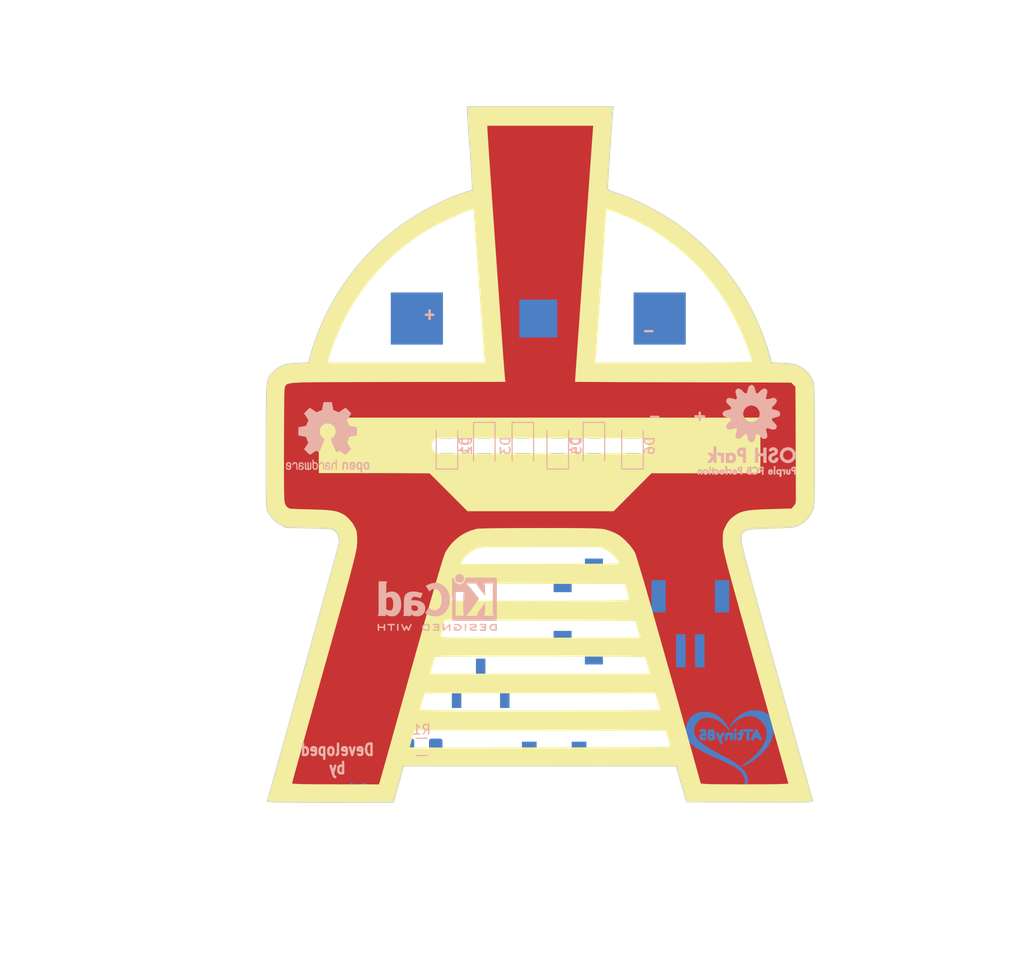
<source format=kicad_pcb>
(kicad_pcb (version 20171130) (host pcbnew 5.1.5-52549c5~86~ubuntu18.04.1)
  (layers (0 F.Cu signal hide) (31 B.Cu signal) (34 B.Paste user) (35 F.Paste user) (36 B.SilkS user) (37 F.SilkS user hide) (38 B.Mask user hide) (39 F.Mask user hide) (44 Edge.Cuts user))
  (net 0 "")
  (net 1 GND)
  (net 2 VCC)
  (net 3 /PB_0)
  (net 4 /PB_1)
  (net 5 /PB_4)
  (net 6 "Net-(J2-Pad6)")
  (net 7 "Net-(J2-Pad4)")
  (net 8 VIN)
  (net 9 /PB_2)
  (module Symbol:KiCad-Logo2_5mm_SilkScreen (layer B.Cu) (at 141.351 114.3 180)
    (fp_text reference REF** hide)
    (fp_text value KiCad-Logo2_5mm_SilkScreen hide)
  )
  (module Cylon_75mm:Cylon_001 (layer F.Cu) (at 152.019 98.679)
    (fp_text reference U1 hide)
    (fp_text value PCB hide)
    (fp_line (start -28.571728 36.562528) (end -28.572743 36.547704) (layer Edge.Cuts) (width 0.1))
    (fp_line (start -28.537633 36.580017) (end -28.571728 36.562528) (layer Edge.Cuts) (width 0.1))
    (fp_line (start -28.464552 36.595839) (end -28.537633 36.580017) (layer Edge.Cuts) (width 0.1))
    (fp_line (start -28.348818 36.610021) (end -28.464552 36.595839) (layer Edge.Cuts) (width 0.1))
    (fp_line (start -28.186763 36.622694) (end -28.348818 36.610021) (layer Edge.Cuts) (width 0.1))
    (fp_line (start -27.974717 36.633886) (end -28.186763 36.622694) (layer Edge.Cuts) (width 0.1))
    (fp_line (start -27.709012 36.643676) (end -27.974717 36.633886) (layer Edge.Cuts) (width 0.1))
    (fp_line (start -27.38598 36.652248) (end -27.709012 36.643676) (layer Edge.Cuts) (width 0.1))
    (fp_line (start -27.001951 36.659339) (end -27.38598 36.652248) (layer Edge.Cuts) (width 0.1))
    (fp_line (start -26.553257 36.665557) (end -27.001951 36.659339) (layer Edge.Cuts) (width 0.1))
    (fp_line (start -26.036229 36.670425) (end -26.553257 36.665557) (layer Edge.Cuts) (width 0.1))
    (fp_line (start -25.447199 36.674315) (end -26.036229 36.670425) (layer Edge.Cuts) (width 0.1))
    (fp_line (start -24.782496 36.677252) (end -25.447199 36.674315) (layer Edge.Cuts) (width 0.1))
    (fp_line (start -24.038454 36.679368) (end -24.782496 36.677252) (layer Edge.Cuts) (width 0.1))
    (fp_line (start -23.211403 36.680731) (end -24.038454 36.679368) (layer Edge.Cuts) (width 0.1))
    (fp_line (start -22.297674 36.68122) (end -23.211403 36.680731) (layer Edge.Cuts) (width 0.1))
    (fp_line (start -21.96807 36.68122) (end -22.297674 36.68122) (layer Edge.Cuts) (width 0.1))
    (fp_line (start -21.552463 36.68122) (end -21.96807 36.68122) (layer Edge.Cuts) (width 0.1))
    (fp_line (start -21.136856 36.68122) (end -21.552463 36.68122) (layer Edge.Cuts) (width 0.1))
    (fp_line (start -20.721249 36.68122) (end -21.136856 36.68122) (layer Edge.Cuts) (width 0.1))
    (fp_line (start -20.305643 36.68122) (end -20.721249 36.68122) (layer Edge.Cuts) (width 0.1))
    (fp_line (start -19.890036 36.68122) (end -20.305643 36.68122) (layer Edge.Cuts) (width 0.1))
    (fp_line (start -19.474429 36.68122) (end -19.890036 36.68122) (layer Edge.Cuts) (width 0.1))
    (fp_line (start -19.058822 36.68122) (end -19.474429 36.68122) (layer Edge.Cuts) (width 0.1))
    (fp_line (start -18.643215 36.68122) (end -19.058822 36.68122) (layer Edge.Cuts) (width 0.1))
    (fp_line (start -18.227609 36.68122) (end -18.643215 36.68122) (layer Edge.Cuts) (width 0.1))
    (fp_line (start -17.812002 36.68122) (end -18.227609 36.68122) (layer Edge.Cuts) (width 0.1))
    (fp_line (start -17.396395 36.68122) (end -17.812002 36.68122) (layer Edge.Cuts) (width 0.1))
    (fp_line (start -16.980788 36.68122) (end -17.396395 36.68122) (layer Edge.Cuts) (width 0.1))
    (fp_line (start -16.565181 36.68122) (end -16.980788 36.68122) (layer Edge.Cuts) (width 0.1))
    (fp_line (start -16.149575 36.68122) (end -16.565181 36.68122) (layer Edge.Cuts) (width 0.1))
    (fp_line (start -15.733968 36.68122) (end -16.149575 36.68122) (layer Edge.Cuts) (width 0.1))
    (fp_line (start -15.31829 36.68122) (end -15.733968 36.68122) (layer Edge.Cuts) (width 0.1))
    (fp_line (start -15.285022 36.561261) (end -15.31829 36.68122) (layer Edge.Cuts) (width 0.1))
    (fp_line (start -15.251755 36.441301) (end -15.285022 36.561261) (layer Edge.Cuts) (width 0.1))
    (fp_line (start -15.218487 36.321342) (end -15.251755 36.441301) (layer Edge.Cuts) (width 0.1))
    (fp_line (start -15.18522 36.201383) (end -15.218487 36.321342) (layer Edge.Cuts) (width 0.1))
    (fp_line (start -15.151952 36.081423) (end -15.18522 36.201383) (layer Edge.Cuts) (width 0.1))
    (fp_line (start -15.118685 35.961464) (end -15.151952 36.081423) (layer Edge.Cuts) (width 0.1))
    (fp_line (start -15.085417 35.841504) (end -15.118685 35.961464) (layer Edge.Cuts) (width 0.1))
    (fp_line (start -15.05215 35.721542) (end -15.085417 35.841504) (layer Edge.Cuts) (width 0.1))
    (fp_line (start -15.018882 35.601583) (end -15.05215 35.721542) (layer Edge.Cuts) (width 0.1))
    (fp_line (start -14.985615 35.481623) (end -15.018882 35.601583) (layer Edge.Cuts) (width 0.1))
    (fp_line (start -14.952347 35.361664) (end -14.985615 35.481623) (layer Edge.Cuts) (width 0.1))
    (fp_line (start -14.91908 35.241704) (end -14.952347 35.361664) (layer Edge.Cuts) (width 0.1))
    (fp_line (start -14.885812 35.121745) (end -14.91908 35.241704) (layer Edge.Cuts) (width 0.1))
    (fp_line (start -14.852544 35.001786) (end -14.885812 35.121745) (layer Edge.Cuts) (width 0.1))
    (fp_line (start -14.819277 34.881826) (end -14.852544 35.001786) (layer Edge.Cuts) (width 0.1))
    (fp_line (start -14.786009 34.761867) (end -14.819277 34.881826) (layer Edge.Cuts) (width 0.1))
    (fp_line (start -14.752742 34.641907) (end -14.786009 34.761867) (layer Edge.Cuts) (width 0.1))
    (fp_line (start -14.719474 34.521948) (end -14.752742 34.641907) (layer Edge.Cuts) (width 0.1))
    (fp_line (start -14.686206 34.401988) (end -14.719474 34.521948) (layer Edge.Cuts) (width 0.1))
    (fp_line (start -14.652939 34.282026) (end -14.686206 34.401988) (layer Edge.Cuts) (width 0.1))
    (fp_line (start -14.619671 34.162067) (end -14.652939 34.282026) (layer Edge.Cuts) (width 0.1))
    (fp_line (start -14.586404 34.042107) (end -14.619671 34.162067) (layer Edge.Cuts) (width 0.1))
    (fp_line (start -14.553136 33.922148) (end -14.586404 34.042107) (layer Edge.Cuts) (width 0.1))
    (fp_line (start -14.519868 33.802189) (end -14.553136 33.922148) (layer Edge.Cuts) (width 0.1))
    (fp_line (start -14.486601 33.682229) (end -14.519868 33.802189) (layer Edge.Cuts) (width 0.1))
    (fp_line (start -14.453333 33.56227) (end -14.486601 33.682229) (layer Edge.Cuts) (width 0.1))
    (fp_line (start -14.420065 33.44231) (end -14.453333 33.56227) (layer Edge.Cuts) (width 0.1))
    (fp_line (start -14.386798 33.322348) (end -14.420065 33.44231) (layer Edge.Cuts) (width 0.1))
    (fp_line (start -14.35353 33.202389) (end -14.386798 33.322348) (layer Edge.Cuts) (width 0.1))
    (fp_line (start -14.320263 33.082429) (end -14.35353 33.202389) (layer Edge.Cuts) (width 0.1))
    (fp_line (start -14.286995 32.96247) (end -14.320263 33.082429) (layer Edge.Cuts) (width 0.1))
    (fp_line (start -14.253727 32.84251) (end -14.286995 32.96247) (layer Edge.Cuts) (width 0.1))
    (fp_line (start -13.353779 32.84251) (end -14.253727 32.84251) (layer Edge.Cuts) (width 0.1))
    (fp_line (start -12.453831 32.84251) (end -13.353779 32.84251) (layer Edge.Cuts) (width 0.1))
    (fp_line (start -11.553883 32.84251) (end -12.453831 32.84251) (layer Edge.Cuts) (width 0.1))
    (fp_line (start -10.653933 32.84251) (end -11.553883 32.84251) (layer Edge.Cuts) (width 0.1))
    (fp_line (start -9.753988 32.84251) (end -10.653933 32.84251) (layer Edge.Cuts) (width 0.1))
    (fp_line (start -8.854039 32.84251) (end -9.753988 32.84251) (layer Edge.Cuts) (width 0.1))
    (fp_line (start -7.954091 32.84251) (end -8.854039 32.84251) (layer Edge.Cuts) (width 0.1))
    (fp_line (start -7.054142 32.84251) (end -7.954091 32.84251) (layer Edge.Cuts) (width 0.1))
    (fp_line (start -6.154194 32.84251) (end -7.054142 32.84251) (layer Edge.Cuts) (width 0.1))
    (fp_line (start -5.254245 32.84251) (end -6.154194 32.84251) (layer Edge.Cuts) (width 0.1))
    (fp_line (start -4.354297 32.84251) (end -5.254245 32.84251) (layer Edge.Cuts) (width 0.1))
    (fp_line (start -3.454348 32.84251) (end -4.354297 32.84251) (layer Edge.Cuts) (width 0.1))
    (fp_line (start -2.554403 32.84251) (end -3.454348 32.84251) (layer Edge.Cuts) (width 0.1))
    (fp_line (start -1.654454 32.84251) (end -2.554403 32.84251) (layer Edge.Cuts) (width 0.1))
    (fp_line (start -0.754506 32.84251) (end -1.654454 32.84251) (layer Edge.Cuts) (width 0.1))
    (fp_line (start 0.145443 32.84251) (end -0.754506 32.84251) (layer Edge.Cuts) (width 0.1))
    (fp_line (start 1.045399 32.84251) (end 0.145443 32.84251) (layer Edge.Cuts) (width 0.1))
    (fp_line (start 1.945355 32.84251) (end 1.045399 32.84251) (layer Edge.Cuts) (width 0.1))
    (fp_line (start 2.845309 32.84251) (end 1.945355 32.84251) (layer Edge.Cuts) (width 0.1))
    (fp_line (start 3.745266 32.84251) (end 2.845309 32.84251) (layer Edge.Cuts) (width 0.1))
    (fp_line (start 4.645222 32.84251) (end 3.745266 32.84251) (layer Edge.Cuts) (width 0.1))
    (fp_line (start 5.545178 32.84251) (end 4.645222 32.84251) (layer Edge.Cuts) (width 0.1))
    (fp_line (start 6.445135 32.84251) (end 5.545178 32.84251) (layer Edge.Cuts) (width 0.1))
    (fp_line (start 7.345088 32.84251) (end 6.445135 32.84251) (layer Edge.Cuts) (width 0.1))
    (fp_line (start 8.245045 32.84251) (end 7.345088 32.84251) (layer Edge.Cuts) (width 0.1))
    (fp_line (start 9.145001 32.84251) (end 8.245045 32.84251) (layer Edge.Cuts) (width 0.1))
    (fp_line (start 10.044958 32.84251) (end 9.145001 32.84251) (layer Edge.Cuts) (width 0.1))
    (fp_line (start 10.944914 32.84251) (end 10.044958 32.84251) (layer Edge.Cuts) (width 0.1))
    (fp_line (start 11.84487 32.84251) (end 10.944914 32.84251) (layer Edge.Cuts) (width 0.1))
    (fp_line (start 12.744824 32.84251) (end 11.84487 32.84251) (layer Edge.Cuts) (width 0.1))
    (fp_line (start 13.644781 32.84251) (end 12.744824 32.84251) (layer Edge.Cuts) (width 0.1))
    (fp_line (start 14.544737 32.84251) (end 13.644781 32.84251) (layer Edge.Cuts) (width 0.1))
    (fp_line (start 14.578085 32.960827) (end 14.544737 32.84251) (layer Edge.Cuts) (width 0.1))
    (fp_line (start 14.611433 33.079143) (end 14.578085 32.960827) (layer Edge.Cuts) (width 0.1))
    (fp_line (start 14.644779 33.19746) (end 14.611433 33.079143) (layer Edge.Cuts) (width 0.1))
    (fp_line (start 14.678127 33.315776) (end 14.644779 33.19746) (layer Edge.Cuts) (width 0.1))
    (fp_line (start 14.711475 33.434092) (end 14.678127 33.315776) (layer Edge.Cuts) (width 0.1))
    (fp_line (start 14.744823 33.552409) (end 14.711475 33.434092) (layer Edge.Cuts) (width 0.1))
    (fp_line (start 14.778171 33.670725) (end 14.744823 33.552409) (layer Edge.Cuts) (width 0.1))
    (fp_line (start 14.811516 33.789041) (end 14.778171 33.670725) (layer Edge.Cuts) (width 0.1))
    (fp_line (start 14.844864 33.90736) (end 14.811516 33.789041) (layer Edge.Cuts) (width 0.1))
    (fp_line (start 14.878212 34.025677) (end 14.844864 33.90736) (layer Edge.Cuts) (width 0.1))
    (fp_line (start 14.911561 34.143993) (end 14.878212 34.025677) (layer Edge.Cuts) (width 0.1))
    (fp_line (start 14.944909 34.26231) (end 14.911561 34.143993) (layer Edge.Cuts) (width 0.1))
    (fp_line (start 14.978257 34.380626) (end 14.944909 34.26231) (layer Edge.Cuts) (width 0.1))
    (fp_line (start 15.011602 34.498942) (end 14.978257 34.380626) (layer Edge.Cuts) (width 0.1))
    (fp_line (start 15.04495 34.617259) (end 15.011602 34.498942) (layer Edge.Cuts) (width 0.1))
    (fp_line (start 15.078298 34.735575) (end 15.04495 34.617259) (layer Edge.Cuts) (width 0.1))
    (fp_line (start 15.111646 34.853891) (end 15.078298 34.735575) (layer Edge.Cuts) (width 0.1))
    (fp_line (start 15.144994 34.972208) (end 15.111646 34.853891) (layer Edge.Cuts) (width 0.1))
    (fp_line (start 15.17834 35.090524) (end 15.144994 34.972208) (layer Edge.Cuts) (width 0.1))
    (fp_line (start 15.211688 35.208841) (end 15.17834 35.090524) (layer Edge.Cuts) (width 0.1))
    (fp_line (start 15.245036 35.327157) (end 15.211688 35.208841) (layer Edge.Cuts) (width 0.1))
    (fp_line (start 15.278384 35.445473) (end 15.245036 35.327157) (layer Edge.Cuts) (width 0.1))
    (fp_line (start 15.311732 35.56379) (end 15.278384 35.445473) (layer Edge.Cuts) (width 0.1))
    (fp_line (start 15.34508 35.682106) (end 15.311732 35.56379) (layer Edge.Cuts) (width 0.1))
    (fp_line (start 15.378426 35.800422) (end 15.34508 35.682106) (layer Edge.Cuts) (width 0.1))
    (fp_line (start 15.411774 35.918739) (end 15.378426 35.800422) (layer Edge.Cuts) (width 0.1))
    (fp_line (start 15.445122 36.037055) (end 15.411774 35.918739) (layer Edge.Cuts) (width 0.1))
    (fp_line (start 15.47847 36.155372) (end 15.445122 36.037055) (layer Edge.Cuts) (width 0.1))
    (fp_line (start 15.511818 36.273688) (end 15.47847 36.155372) (layer Edge.Cuts) (width 0.1))
    (fp_line (start 15.545164 36.392004) (end 15.511818 36.273688) (layer Edge.Cuts) (width 0.1))
    (fp_line (start 15.578512 36.510321) (end 15.545164 36.392004) (layer Edge.Cuts) (width 0.1))
    (fp_line (start 15.61186 36.628637) (end 15.578512 36.510321) (layer Edge.Cuts) (width 0.1))
    (fp_line (start 16.027695 36.630225) (end 15.61186 36.628637) (layer Edge.Cuts) (width 0.1))
    (fp_line (start 16.443527 36.631812) (end 16.027695 36.630225) (layer Edge.Cuts) (width 0.1))
    (fp_line (start 16.859362 36.6334) (end 16.443527 36.631812) (layer Edge.Cuts) (width 0.1))
    (fp_line (start 17.275197 36.634987) (end 16.859362 36.6334) (layer Edge.Cuts) (width 0.1))
    (fp_line (start 17.69103 36.636575) (end 17.275197 36.634987) (layer Edge.Cuts) (width 0.1))
    (fp_line (start 18.106865 36.638162) (end 17.69103 36.636575) (layer Edge.Cuts) (width 0.1))
    (fp_line (start 18.522697 36.63975) (end 18.106865 36.638162) (layer Edge.Cuts) (width 0.1))
    (fp_line (start 18.938532 36.641337) (end 18.522697 36.63975) (layer Edge.Cuts) (width 0.1))
    (fp_line (start 19.354367 36.642925) (end 18.938532 36.641337) (layer Edge.Cuts) (width 0.1))
    (fp_line (start 19.770199 36.644512) (end 19.354367 36.642925) (layer Edge.Cuts) (width 0.1))
    (fp_line (start 20.186035 36.6461) (end 19.770199 36.644512) (layer Edge.Cuts) (width 0.1))
    (fp_line (start 20.60187 36.647687) (end 20.186035 36.6461) (layer Edge.Cuts) (width 0.1))
    (fp_line (start 21.017702 36.649275) (end 20.60187 36.647687) (layer Edge.Cuts) (width 0.1))
    (fp_line (start 21.433537 36.650862) (end 21.017702 36.649275) (layer Edge.Cuts) (width 0.1))
    (fp_line (start 21.849369 36.65245) (end 21.433537 36.650862) (layer Edge.Cuts) (width 0.1))
    (fp_line (start 23.030139 36.657106) (end 21.849369 36.65245) (layer Edge.Cuts) (width 0.1))
    (fp_line (start 24.054899 36.660757) (end 23.030139 36.657106) (layer Edge.Cuts) (width 0.1))
    (fp_line (start 24.953527 36.663403) (end 24.054899 36.660757) (layer Edge.Cuts) (width 0.1))
    (fp_line (start 25.734172 36.6647) (end 24.953527 36.663403) (layer Edge.Cuts) (width 0.1))
    (fp_line (start 26.404984 36.664462) (end 25.734172 36.6647) (layer Edge.Cuts) (width 0.1))
    (fp_line (start 26.974105 36.662345) (end 26.404984 36.664462) (layer Edge.Cuts) (width 0.1))
    (fp_line (start 27.449691 36.658667) (end 26.974105 36.662345) (layer Edge.Cuts) (width 0.1))
    (fp_line (start 27.839888 36.65282) (end 27.449691 36.658667) (layer Edge.Cuts) (width 0.1))
    (fp_line (start 28.152842 36.644591) (end 27.839888 36.65282) (layer Edge.Cuts) (width 0.1))
    (fp_line (start 28.396706 36.633929) (end 28.152842 36.644591) (layer Edge.Cuts) (width 0.1))
    (fp_line (start 28.579626 36.620594) (end 28.396706 36.633929) (layer Edge.Cuts) (width 0.1))
    (fp_line (start 28.709751 36.604375) (end 28.579626 36.620594) (layer Edge.Cuts) (width 0.1))
    (fp_line (start 28.795229 36.585113) (end 28.709751 36.604375) (layer Edge.Cuts) (width 0.1))
    (fp_line (start 28.844204 36.562571) (end 28.795229 36.585113) (layer Edge.Cuts) (width 0.1))
    (fp_line (start 28.864894 36.536583) (end 28.844204 36.562571) (layer Edge.Cuts) (width 0.1))
    (fp_line (start 28.865265 36.506931) (end 28.864894 36.536583) (layer Edge.Cuts) (width 0.1))
    (fp_line (start 28.851453 36.459923) (end 28.865265 36.506931) (layer Edge.Cuts) (width 0.1))
    (fp_line (start 28.801087 36.282038) (end 28.851453 36.459923) (layer Edge.Cuts) (width 0.1))
    (fp_line (start 28.714682 35.975608) (end 28.801087 36.282038) (layer Edge.Cuts) (width 0.1))
    (fp_line (start 28.594183 35.547557) (end 28.714682 35.975608) (layer Edge.Cuts) (width 0.1))
    (fp_line (start 28.441534 35.00481) (end 28.594183 35.547557) (layer Edge.Cuts) (width 0.1))
    (fp_line (start 28.258684 34.354289) (end 28.441534 35.00481) (layer Edge.Cuts) (width 0.1))
    (fp_line (start 28.047575 33.602928) (end 28.258684 34.354289) (layer Edge.Cuts) (width 0.1))
    (fp_line (start 27.810154 32.757645) (end 28.047575 33.602928) (layer Edge.Cuts) (width 0.1))
    (fp_line (start 27.548365 31.825373) (end 27.810154 32.757645) (layer Edge.Cuts) (width 0.1))
    (fp_line (start 27.264152 30.813029) (end 27.548365 31.825373) (layer Edge.Cuts) (width 0.1))
    (fp_line (start 26.959458 29.727547) (end 27.264152 30.813029) (layer Edge.Cuts) (width 0.1))
    (fp_line (start 26.636232 28.575848) (end 26.959458 29.727547) (layer Edge.Cuts) (width 0.1))
    (fp_line (start 26.296417 27.36486) (end 26.636232 28.575848) (layer Edge.Cuts) (width 0.1))
    (fp_line (start 25.94196 26.101509) (end 26.296417 27.36486) (layer Edge.Cuts) (width 0.1))
    (fp_line (start 25.574801 24.792719) (end 25.94196 26.101509) (layer Edge.Cuts) (width 0.1))
    (fp_line (start 25.196888 23.445415) (end 25.574801 24.792719) (layer Edge.Cuts) (width 0.1))
    (fp_line (start 24.738077 21.808923) (end 25.196888 23.445415) (layer Edge.Cuts) (width 0.1))
    (fp_line (start 24.277437 20.162309) (end 24.738077 21.808923) (layer Edge.Cuts) (width 0.1))
    (fp_line (start 23.854033 18.644712) (end 24.277437 20.162309) (layer Edge.Cuts) (width 0.1))
    (fp_line (start 23.466968 17.252821) (end 23.854033 18.644712) (layer Edge.Cuts) (width 0.1))
    (fp_line (start 23.115353 15.983319) (end 23.466968 17.252821) (layer Edge.Cuts) (width 0.1))
    (fp_line (start 22.79829 14.832889) (end 23.115353 15.983319) (layer Edge.Cuts) (width 0.1))
    (fp_line (start 22.514889 13.798223) (end 22.79829 14.832889) (layer Edge.Cuts) (width 0.1))
    (fp_line (start 22.264255 12.876005) (end 22.514889 13.798223) (layer Edge.Cuts) (width 0.1))
    (fp_line (start 22.045494 12.062919) (end 22.264255 12.876005) (layer Edge.Cuts) (width 0.1))
    (fp_line (start 21.857714 11.355651) (end 22.045494 12.062919) (layer Edge.Cuts) (width 0.1))
    (fp_line (start 21.700023 10.750887) (end 21.857714 11.355651) (layer Edge.Cuts) (width 0.1))
    (fp_line (start 21.571522 10.245313) (end 21.700023 10.750887) (layer Edge.Cuts) (width 0.1))
    (fp_line (start 21.471327 9.835617) (end 21.571522 10.245313) (layer Edge.Cuts) (width 0.1))
    (fp_line (start 21.398535 9.518482) (end 21.471327 9.835617) (layer Edge.Cuts) (width 0.1))
    (fp_line (start 21.352249 9.290594) (end 21.398535 9.518482) (layer Edge.Cuts) (width 0.1))
    (fp_line (start 21.331612 9.14865) (end 21.352249 9.290594) (layer Edge.Cuts) (width 0.1))
    (fp_line (start 21.332617 8.978785) (end 21.331612 9.14865) (layer Edge.Cuts) (width 0.1))
    (fp_line (start 21.341481 8.783043) (end 21.332617 8.978785) (layer Edge.Cuts) (width 0.1))
    (fp_line (start 21.362144 8.610461) (end 21.341481 8.783043) (layer Edge.Cuts) (width 0.1))
    (fp_line (start 21.398326 8.459466) (end 21.362144 8.610461) (layer Edge.Cuts) (width 0.1))
    (fp_line (start 21.453722 8.328484) (end 21.398326 8.459466) (layer Edge.Cuts) (width 0.1))
    (fp_line (start 21.532113 8.215946) (end 21.453722 8.328484) (layer Edge.Cuts) (width 0.1))
    (fp_line (start 21.637211 8.120275) (end 21.532113 8.215946) (layer Edge.Cuts) (width 0.1))
    (fp_line (start 21.77277 8.039895) (end 21.637211 8.120275) (layer Edge.Cuts) (width 0.1))
    (fp_line (start 21.942532 7.97326) (end 21.77277 8.039895) (layer Edge.Cuts) (width 0.1))
    (fp_line (start 22.150235 7.918755) (end 21.942532 7.97326) (layer Edge.Cuts) (width 0.1))
    (fp_line (start 22.399626 7.874837) (end 22.150235 7.918755) (layer Edge.Cuts) (width 0.1))
    (fp_line (start 22.694446 7.83996) (end 22.399626 7.874837) (layer Edge.Cuts) (width 0.1))
    (fp_line (start 23.038436 7.81247) (end 22.694446 7.83996) (layer Edge.Cuts) (width 0.1))
    (fp_line (start 23.435335 7.79088) (end 23.038436 7.81247) (layer Edge.Cuts) (width 0.1))
    (fp_line (start 23.888891 7.773549) (end 23.435335 7.79088) (layer Edge.Cuts) (width 0.1))
    (fp_line (start 24.402842 7.758971) (end 23.888891 7.773549) (layer Edge.Cuts) (width 0.1))
    (fp_line (start 24.871443 7.747726) (end 24.402842 7.758971) (layer Edge.Cuts) (width 0.1))
    (fp_line (start 25.245418 7.73836) (end 24.871443 7.747726) (layer Edge.Cuts) (width 0.1))
    (fp_line (start 25.573626 7.729338) (end 25.245418 7.73836) (layer Edge.Cuts) (width 0.1))
    (fp_line (start 25.86 7.720183) (end 25.573626 7.729338) (layer Edge.Cuts) (width 0.1))
    (fp_line (start 26.10847 7.710446) (end 25.86 7.720183) (layer Edge.Cuts) (width 0.1))
    (fp_line (start 26.322963 7.699678) (end 26.10847 7.710446) (layer Edge.Cuts) (width 0.1))
    (fp_line (start 26.507414 7.687428) (end 26.322963 7.699678) (layer Edge.Cuts) (width 0.1))
    (fp_line (start 26.665749 7.673193) (end 26.507414 7.687428) (layer Edge.Cuts) (width 0.1))
    (fp_line (start 26.801898 7.656551) (end 26.665749 7.673193) (layer Edge.Cuts) (width 0.1))
    (fp_line (start 26.919791 7.637051) (end 26.801898 7.656551) (layer Edge.Cuts) (width 0.1))
    (fp_line (start 27.023363 7.614244) (end 26.919791 7.637051) (layer Edge.Cuts) (width 0.1))
    (fp_line (start 27.116536 7.587648) (end 27.023363 7.614244) (layer Edge.Cuts) (width 0.1))
    (fp_line (start 27.203245 7.556827) (end 27.116536 7.587648) (layer Edge.Cuts) (width 0.1))
    (fp_line (start 27.287419 7.521325) (end 27.203245 7.556827) (layer Edge.Cuts) (width 0.1))
    (fp_line (start 27.372988 7.48069) (end 27.287419 7.521325) (layer Edge.Cuts) (width 0.1))
    (fp_line (start 27.463883 7.434433) (end 27.372988 7.48069) (layer Edge.Cuts) (width 0.1))
    (fp_line (start 27.572661 7.376852) (end 27.463883 7.434433) (layer Edge.Cuts) (width 0.1))
    (fp_line (start 27.682429 7.313317) (end 27.572661 7.376852) (layer Edge.Cuts) (width 0.1))
    (fp_line (start 27.787746 7.246574) (end 27.682429 7.313317) (layer Edge.Cuts) (width 0.1))
    (fp_line (start 27.88877 7.176459) (end 27.787746 7.246574) (layer Edge.Cuts) (width 0.1))
    (fp_line (start 27.985652 7.102807) (end 27.88877 7.176459) (layer Edge.Cuts) (width 0.1))
    (fp_line (start 28.078545 7.025474) (end 27.985652 7.102807) (layer Edge.Cuts) (width 0.1))
    (fp_line (start 28.167603 6.944263) (end 28.078545 7.025474) (layer Edge.Cuts) (width 0.1))
    (fp_line (start 28.252979 6.859022) (end 28.167603 6.944263) (layer Edge.Cuts) (width 0.1))
    (fp_line (start 28.334841 6.769585) (end 28.252979 6.859022) (layer Edge.Cuts) (width 0.1))
    (fp_line (start 28.413288 6.675788) (end 28.334841 6.769585) (layer Edge.Cuts) (width 0.1))
    (fp_line (start 28.488538 6.577469) (end 28.413288 6.675788) (layer Edge.Cuts) (width 0.1))
    (fp_line (start 28.560713 6.474456) (end 28.488538 6.577469) (layer Edge.Cuts) (width 0.1))
    (fp_line (start 28.629997 6.366593) (end 28.560713 6.474456) (layer Edge.Cuts) (width 0.1))
    (fp_line (start 28.696492 6.253709) (end 28.629997 6.366593) (layer Edge.Cuts) (width 0.1))
    (fp_line (start 28.760371 6.135638) (end 28.696492 6.253709) (layer Edge.Cuts) (width 0.1))
    (fp_line (start 28.821794 6.012221) (end 28.760371 6.135638) (layer Edge.Cuts) (width 0.1))
    (fp_line (start 28.867762 5.912846) (end 28.821794 6.012221) (layer Edge.Cuts) (width 0.1))
    (fp_line (start 28.902629 5.828494) (end 28.867762 5.912846) (layer Edge.Cuts) (width 0.1))
    (fp_line (start 28.933043 5.735996) (end 28.902629 5.828494) (layer Edge.Cuts) (width 0.1))
    (fp_line (start 28.959316 5.625863) (end 28.933043 5.735996) (layer Edge.Cuts) (width 0.1))
    (fp_line (start 28.981726 5.488605) (end 28.959316 5.625863) (layer Edge.Cuts) (width 0.1))
    (fp_line (start 29.000618 5.314729) (end 28.981726 5.488605) (layer Edge.Cuts) (width 0.1))
    (fp_line (start 29.016281 5.094744) (end 29.000618 5.314729) (layer Edge.Cuts) (width 0.1))
    (fp_line (start 29.029007 4.819159) (end 29.016281 5.094744) (layer Edge.Cuts) (width 0.1))
    (fp_line (start 29.039088 4.478482) (end 29.029007 4.819159) (layer Edge.Cuts) (width 0.1))
    (fp_line (start 29.046787 4.063223) (end 29.039088 4.478482) (layer Edge.Cuts) (width 0.1))
    (fp_line (start 29.05274 3.563891) (end 29.046787 4.063223) (layer Edge.Cuts) (width 0.1))
    (fp_line (start 29.05655 2.970994) (end 29.05274 3.563891) (layer Edge.Cuts) (width 0.1))
    (fp_line (start 29.059196 2.27504) (end 29.05655 2.970994) (layer Edge.Cuts) (width 0.1))
    (fp_line (start 29.060784 1.466539) (end 29.059196 2.27504) (layer Edge.Cuts) (width 0.1))
    (fp_line (start 29.061493 0.535999) (end 29.060784 1.466539) (layer Edge.Cuts) (width 0.1))
    (fp_line (start 29.061678 -0.52607) (end 29.061493 0.535999) (layer Edge.Cuts) (width 0.1))
    (fp_line (start 29.061662 -1.681098) (end 29.061678 -0.52607) (layer Edge.Cuts) (width 0.1))
    (fp_line (start 29.061313 -2.69827) (end 29.061662 -1.681098) (layer Edge.Cuts) (width 0.1))
    (fp_line (start 29.060255 -3.587077) (end 29.061313 -2.69827) (layer Edge.Cuts) (width 0.1))
    (fp_line (start 29.058667 -4.357006) (end 29.060255 -3.587077) (layer Edge.Cuts) (width 0.1))
    (fp_line (start 29.055386 -5.017552) (end 29.058667 -4.357006) (layer Edge.Cuts) (width 0.1))
    (fp_line (start 29.051021 -5.578206) (end 29.055386 -5.017552) (layer Edge.Cuts) (width 0.1))
    (fp_line (start 29.044538 -6.048461) (end 29.051021 -5.578206) (layer Edge.Cuts) (width 0.1))
    (fp_line (start 29.035992 -6.437803) (end 29.044538 -6.048461) (layer Edge.Cuts) (width 0.1))
    (fp_line (start 29.025065 -6.755729) (end 29.035992 -6.437803) (layer Edge.Cuts) (width 0.1))
    (fp_line (start 29.011413 -7.011727) (end 29.025065 -6.755729) (layer Edge.Cuts) (width 0.1))
    (fp_line (start 28.994691 -7.215287) (end 29.011413 -7.011727) (layer Edge.Cuts) (width 0.1))
    (fp_line (start 28.974662 -7.375902) (end 28.994691 -7.215287) (layer Edge.Cuts) (width 0.1))
    (fp_line (start 28.950982 -7.503063) (end 28.974662 -7.375902) (layer Edge.Cuts) (width 0.1))
    (fp_line (start 28.923372 -7.606264) (end 28.950982 -7.503063) (layer Edge.Cuts) (width 0.1))
    (fp_line (start 28.891522 -7.694992) (end 28.923372 -7.606264) (layer Edge.Cuts) (width 0.1))
    (fp_line (start 28.855102 -7.778741) (end 28.891522 -7.694992) (layer Edge.Cuts) (width 0.1))
    (fp_line (start 28.800696 -7.894118) (end 28.855102 -7.778741) (layer Edge.Cuts) (width 0.1))
    (fp_line (start 28.737611 -8.017694) (end 28.800696 -7.894118) (layer Edge.Cuts) (width 0.1))
    (fp_line (start 28.672487 -8.134992) (end 28.737611 -8.017694) (layer Edge.Cuts) (width 0.1))
    (fp_line (start 28.605023 -8.246294) (end 28.672487 -8.134992) (layer Edge.Cuts) (width 0.1))
    (fp_line (start 28.534954 -8.351878) (end 28.605023 -8.246294) (layer Edge.Cuts) (width 0.1))
    (fp_line (start 28.462034 -8.452029) (end 28.534954 -8.351878) (layer Edge.Cuts) (width 0.1))
    (fp_line (start 28.386001 -8.547025) (end 28.462034 -8.452029) (layer Edge.Cuts) (width 0.1))
    (fp_line (start 28.306536 -8.63715) (end 28.386001 -8.547025) (layer Edge.Cuts) (width 0.1))
    (fp_line (start 28.223412 -8.722681) (end 28.306536 -8.63715) (layer Edge.Cuts) (width 0.1))
    (fp_line (start 28.136346 -8.803893) (end 28.223412 -8.722681) (layer Edge.Cuts) (width 0.1))
    (fp_line (start 28.045075 -8.881087) (end 28.136346 -8.803893) (layer Edge.Cuts) (width 0.1))
    (fp_line (start 27.949325 -8.954523) (end 28.045075 -8.881087) (layer Edge.Cuts) (width 0.1))
    (fp_line (start 27.848831 -9.024502) (end 27.949325 -8.954523) (layer Edge.Cuts) (width 0.1))
    (fp_line (start 27.74332 -9.091283) (end 27.848831 -9.024502) (layer Edge.Cuts) (width 0.1))
    (fp_line (start 27.632531 -9.155172) (end 27.74332 -9.091283) (layer Edge.Cuts) (width 0.1))
    (fp_line (start 27.516189 -9.216426) (end 27.632531 -9.155172) (layer Edge.Cuts) (width 0.1))
    (fp_line (start 27.415335 -9.265456) (end 27.516189 -9.216426) (layer Edge.Cuts) (width 0.1))
    (fp_line (start 27.328578 -9.305461) (end 27.415335 -9.265456) (layer Edge.Cuts) (width 0.1))
    (fp_line (start 27.244774 -9.34147) (end 27.328578 -9.305461) (layer Edge.Cuts) (width 0.1))
    (fp_line (start 27.162499 -9.373731) (end 27.244774 -9.34147) (layer Edge.Cuts) (width 0.1))
    (fp_line (start 27.080327 -9.402539) (end 27.162499 -9.373731) (layer Edge.Cuts) (width 0.1))
    (fp_line (start 26.996838 -9.428151) (end 27.080327 -9.402539) (layer Edge.Cuts) (width 0.1))
    (fp_line (start 26.910605 -9.450825) (end 26.996838 -9.428151) (layer Edge.Cuts) (width 0.1))
    (fp_line (start 26.820208 -9.470881) (end 26.910605 -9.450825) (layer Edge.Cuts) (width 0.1))
    (fp_line (start 26.724219 -9.488528) (end 26.820208 -9.470881) (layer Edge.Cuts) (width 0.1))
    (fp_line (start 26.62122 -9.504086) (end 26.724219 -9.488528) (layer Edge.Cuts) (width 0.1))
    (fp_line (start 26.509782 -9.517765) (end 26.62122 -9.504086) (layer Edge.Cuts) (width 0.1))
    (fp_line (start 26.388484 -9.529883) (end 26.509782 -9.517765) (layer Edge.Cuts) (width 0.1))
    (fp_line (start 26.255902 -9.540731) (end 26.388484 -9.529883) (layer Edge.Cuts) (width 0.1))
    (fp_line (start 26.110611 -9.55052) (end 26.255902 -9.540731) (layer Edge.Cuts) (width 0.1))
    (fp_line (start 25.951186 -9.559569) (end 26.110611 -9.55052) (layer Edge.Cuts) (width 0.1))
    (fp_line (start 25.776209 -9.568089) (end 25.951186 -9.559569) (layer Edge.Cuts) (width 0.1))
    (fp_line (start 25.713194 -9.570867) (end 25.776209 -9.568089) (layer Edge.Cuts) (width 0.1))
    (fp_line (start 25.639097 -9.574148) (end 25.713194 -9.570867) (layer Edge.Cuts) (width 0.1))
    (fp_line (start 25.565 -9.577428) (end 25.639097 -9.574148) (layer Edge.Cuts) (width 0.1))
    (fp_line (start 25.490906 -9.580709) (end 25.565 -9.577428) (layer Edge.Cuts) (width 0.1))
    (fp_line (start 25.41681 -9.583964) (end 25.490906 -9.580709) (layer Edge.Cuts) (width 0.1))
    (fp_line (start 25.342713 -9.587244) (end 25.41681 -9.583964) (layer Edge.Cuts) (width 0.1))
    (fp_line (start 25.268617 -9.590525) (end 25.342713 -9.587244) (layer Edge.Cuts) (width 0.1))
    (fp_line (start 25.19452 -9.593806) (end 25.268617 -9.590525) (layer Edge.Cuts) (width 0.1))
    (fp_line (start 25.120426 -9.597087) (end 25.19452 -9.593806) (layer Edge.Cuts) (width 0.1))
    (fp_line (start 25.04633 -9.600368) (end 25.120426 -9.597087) (layer Edge.Cuts) (width 0.1))
    (fp_line (start 24.972233 -9.603649) (end 25.04633 -9.600368) (layer Edge.Cuts) (width 0.1))
    (fp_line (start 24.898137 -9.606929) (end 24.972233 -9.603649) (layer Edge.Cuts) (width 0.1))
    (fp_line (start 24.82404 -9.61021) (end 24.898137 -9.606929) (layer Edge.Cuts) (width 0.1))
    (fp_line (start 24.749944 -9.613491) (end 24.82404 -9.61021) (layer Edge.Cuts) (width 0.1))
    (fp_line (start 24.67585 -9.616772) (end 24.749944 -9.613491) (layer Edge.Cuts) (width 0.1))
    (fp_line (start 24.601753 -9.620053) (end 24.67585 -9.616772) (layer Edge.Cuts) (width 0.1))
    (fp_line (start 24.527656 -9.623334) (end 24.601753 -9.620053) (layer Edge.Cuts) (width 0.1))
    (fp_line (start 24.512364 -9.679989) (end 24.527656 -9.623334) (layer Edge.Cuts) (width 0.1))
    (fp_line (start 24.497071 -9.736641) (end 24.512364 -9.679989) (layer Edge.Cuts) (width 0.1))
    (fp_line (start 24.481778 -9.793297) (end 24.497071 -9.736641) (layer Edge.Cuts) (width 0.1))
    (fp_line (start 24.466485 -9.849952) (end 24.481778 -9.793297) (layer Edge.Cuts) (width 0.1))
    (fp_line (start 24.451192 -9.906605) (end 24.466485 -9.849952) (layer Edge.Cuts) (width 0.1))
    (fp_line (start 24.435899 -9.96326) (end 24.451192 -9.906605) (layer Edge.Cuts) (width 0.1))
    (fp_line (start 24.420606 -10.019915) (end 24.435899 -9.96326) (layer Edge.Cuts) (width 0.1))
    (fp_line (start 24.405313 -10.076568) (end 24.420606 -10.019915) (layer Edge.Cuts) (width 0.1))
    (fp_line (start 24.39002 -10.133223) (end 24.405313 -10.076568) (layer Edge.Cuts) (width 0.1))
    (fp_line (start 24.374727 -10.189878) (end 24.39002 -10.133223) (layer Edge.Cuts) (width 0.1))
    (fp_line (start 24.359434 -10.246533) (end 24.374727 -10.189878) (layer Edge.Cuts) (width 0.1))
    (fp_line (start 24.344141 -10.303186) (end 24.359434 -10.246533) (layer Edge.Cuts) (width 0.1))
    (fp_line (start 24.328849 -10.359841) (end 24.344141 -10.303186) (layer Edge.Cuts) (width 0.1))
    (fp_line (start 24.313556 -10.416496) (end 24.328849 -10.359841) (layer Edge.Cuts) (width 0.1))
    (fp_line (start 24.298263 -10.473149) (end 24.313556 -10.416496) (layer Edge.Cuts) (width 0.1))
    (fp_line (start 24.118888 -11.112416) (end 24.298263 -10.473149) (layer Edge.Cuts) (width 0.1))
    (fp_line (start 23.836221 -11.985005) (end 24.118888 -11.112416) (layer Edge.Cuts) (width 0.1))
    (fp_line (start 23.515078 -12.853969) (end 23.836221 -11.985005) (layer Edge.Cuts) (width 0.1))
    (fp_line (start 23.156951 -13.716995) (end 23.515078 -12.853969) (layer Edge.Cuts) (width 0.1))
    (fp_line (start 22.763328 -14.571768) (end 23.156951 -13.716995) (layer Edge.Cuts) (width 0.1))
    (fp_line (start 22.335697 -15.415976) (end 22.763328 -14.571768) (layer Edge.Cuts) (width 0.1))
    (fp_line (start 21.875553 -16.247304) (end 22.335697 -15.415976) (layer Edge.Cuts) (width 0.1))
    (fp_line (start 21.384377 -17.063439) (end 21.875553 -16.247304) (layer Edge.Cuts) (width 0.1))
    (fp_line (start 20.863662 -17.862068) (end 21.384377 -17.063439) (layer Edge.Cuts) (width 0.1))
    (fp_line (start 20.314897 -18.640876) (end 20.863662 -17.862068) (layer Edge.Cuts) (width 0.1))
    (fp_line (start 19.739569 -19.39755) (end 20.314897 -18.640876) (layer Edge.Cuts) (width 0.1))
    (fp_line (start 19.139168 -20.129776) (end 19.739569 -19.39755) (layer Edge.Cuts) (width 0.1))
    (fp_line (start 18.515183 -20.83524) (end 19.139168 -20.129776) (layer Edge.Cuts) (width 0.1))
    (fp_line (start 17.869099 -21.511629) (end 18.515183 -20.83524) (layer Edge.Cuts) (width 0.1))
    (fp_line (start 17.202413 -22.15663) (end 17.869099 -21.511629) (layer Edge.Cuts) (width 0.1))
    (fp_line (start 16.516605 -22.767928) (end 17.202413 -22.15663) (layer Edge.Cuts) (width 0.1))
    (fp_line (start 15.991338 -23.200867) (end 16.516605 -22.767928) (layer Edge.Cuts) (width 0.1))
    (fp_line (start 15.541123 -23.553885) (end 15.991338 -23.200867) (layer Edge.Cuts) (width 0.1))
    (fp_line (start 15.078547 -23.899909) (end 15.541123 -23.553885) (layer Edge.Cuts) (width 0.1))
    (fp_line (start 14.605088 -24.238097) (end 15.078547 -23.899909) (layer Edge.Cuts) (width 0.1))
    (fp_line (start 14.122224 -24.567605) (end 14.605088 -24.238097) (layer Edge.Cuts) (width 0.1))
    (fp_line (start 13.63143 -24.887588) (end 14.122224 -24.567605) (layer Edge.Cuts) (width 0.1))
    (fp_line (start 13.134188 -25.197204) (end 13.63143 -24.887588) (layer Edge.Cuts) (width 0.1))
    (fp_line (start 12.631971 -25.495609) (end 13.134188 -25.197204) (layer Edge.Cuts) (width 0.1))
    (fp_line (start 12.12626 -25.781959) (end 12.631971 -25.495609) (layer Edge.Cuts) (width 0.1))
    (fp_line (start 11.618533 -26.05541) (end 12.12626 -25.781959) (layer Edge.Cuts) (width 0.1))
    (fp_line (start 11.110265 -26.31512) (end 11.618533 -26.05541) (layer Edge.Cuts) (width 0.1))
    (fp_line (start 10.602937 -26.560244) (end 11.110265 -26.31512) (layer Edge.Cuts) (width 0.1))
    (fp_line (start 10.098025 -26.78994) (end 10.602937 -26.560244) (layer Edge.Cuts) (width 0.1))
    (fp_line (start 9.597007 -27.003362) (end 10.098025 -26.78994) (layer Edge.Cuts) (width 0.1))
    (fp_line (start 9.101358 -27.199668) (end 9.597007 -27.003362) (layer Edge.Cuts) (width 0.1))
    (fp_line (start 8.612562 -27.378014) (end 9.101358 -27.199668) (layer Edge.Cuts) (width 0.1))
    (fp_line (start 8.315022 -27.478551) (end 8.612562 -27.378014) (layer Edge.Cuts) (width 0.1))
    (fp_line (start 8.131144 -27.541366) (end 8.315022 -27.478551) (layer Edge.Cuts) (width 0.1))
    (fp_line (start 7.96936 -27.597691) (end 8.131144 -27.541366) (layer Edge.Cuts) (width 0.1))
    (fp_line (start 7.828265 -27.648314) (end 7.96936 -27.597691) (layer Edge.Cuts) (width 0.1))
    (fp_line (start 7.706462 -27.694019) (end 7.828265 -27.648314) (layer Edge.Cuts) (width 0.1))
    (fp_line (start 7.602547 -27.735594) (end 7.706462 -27.694019) (layer Edge.Cuts) (width 0.1))
    (fp_line (start 7.515112 -27.773823) (end 7.602547 -27.735594) (layer Edge.Cuts) (width 0.1))
    (fp_line (start 7.442775 -27.809497) (end 7.515112 -27.773823) (layer Edge.Cuts) (width 0.1))
    (fp_line (start 7.384104 -27.843401) (end 7.442775 -27.809497) (layer Edge.Cuts) (width 0.1))
    (fp_line (start 7.337722 -27.876319) (end 7.384104 -27.843401) (layer Edge.Cuts) (width 0.1))
    (fp_line (start 7.302229 -27.909039) (end 7.337722 -27.876319) (layer Edge.Cuts) (width 0.1))
    (fp_line (start 7.276194 -27.94235) (end 7.302229 -27.909039) (layer Edge.Cuts) (width 0.1))
    (fp_line (start 7.258228 -27.977036) (end 7.276194 -27.94235) (layer Edge.Cuts) (width 0.1))
    (fp_line (start 7.247063 -28.013887) (end 7.258228 -27.977036) (layer Edge.Cuts) (width 0.1))
    (fp_line (start 7.240845 -28.053682) (end 7.247063 -28.013887) (layer Edge.Cuts) (width 0.1))
    (fp_line (start 7.238729 -28.097216) (end 7.240845 -28.053682) (layer Edge.Cuts) (width 0.1))
    (fp_line (start 7.240634 -28.175024) (end 7.238729 -28.097216) (layer Edge.Cuts) (width 0.1))
    (fp_line (start 7.253122 -28.399972) (end 7.240634 -28.175024) (layer Edge.Cuts) (width 0.1))
    (fp_line (start 7.274844 -28.750917) (end 7.253122 -28.399972) (layer Edge.Cuts) (width 0.1))
    (fp_line (start 7.304515 -29.208849) (end 7.274844 -28.750917) (layer Edge.Cuts) (width 0.1))
    (fp_line (start 7.340797 -29.754759) (end 7.304515 -29.208849) (layer Edge.Cuts) (width 0.1))
    (fp_line (start 7.382334 -30.369639) (end 7.340797 -29.754759) (layer Edge.Cuts) (width 0.1))
    (fp_line (start 7.427834 -31.034478) (end 7.382334 -30.369639) (layer Edge.Cuts) (width 0.1))
    (fp_line (start 7.475967 -31.73027) (end 7.427834 -31.034478) (layer Edge.Cuts) (width 0.1))
    (fp_line (start 7.525407 -32.438003) (end 7.475967 -31.73027) (layer Edge.Cuts) (width 0.1))
    (fp_line (start 7.574805 -33.13867) (end 7.525407 -32.438003) (layer Edge.Cuts) (width 0.1))
    (fp_line (start 7.622859 -33.813261) (end 7.574805 -33.13867) (layer Edge.Cuts) (width 0.1))
    (fp_line (start 7.668219 -34.442767) (end 7.622859 -33.813261) (layer Edge.Cuts) (width 0.1))
    (fp_line (start 7.709613 -35.008179) (end 7.668219 -34.442767) (layer Edge.Cuts) (width 0.1))
    (fp_line (start 7.74566 -35.490488) (end 7.709613 -35.008179) (layer Edge.Cuts) (width 0.1))
    (fp_line (start 7.775036 -35.870685) (end 7.74566 -35.490488) (layer Edge.Cuts) (width 0.1))
    (fp_line (start 7.796468 -36.129762) (end 7.775036 -35.870685) (layer Edge.Cuts) (width 0.1))
    (fp_line (start 7.801045 -36.177548) (end 7.796468 -36.129762) (layer Edge.Cuts) (width 0.1))
    (fp_line (start 7.803717 -36.205484) (end 7.801045 -36.177548) (layer Edge.Cuts) (width 0.1))
    (fp_line (start 7.80639 -36.233419) (end 7.803717 -36.205484) (layer Edge.Cuts) (width 0.1))
    (fp_line (start 7.809062 -36.261355) (end 7.80639 -36.233419) (layer Edge.Cuts) (width 0.1))
    (fp_line (start 7.811734 -36.289291) (end 7.809062 -36.261355) (layer Edge.Cuts) (width 0.1))
    (fp_line (start 7.814406 -36.317227) (end 7.811734 -36.289291) (layer Edge.Cuts) (width 0.1))
    (fp_line (start 7.817079 -36.345163) (end 7.814406 -36.317227) (layer Edge.Cuts) (width 0.1))
    (fp_line (start 7.819751 -36.373098) (end 7.817079 -36.345163) (layer Edge.Cuts) (width 0.1))
    (fp_line (start 7.822423 -36.401034) (end 7.819751 -36.373098) (layer Edge.Cuts) (width 0.1))
    (fp_line (start 7.825096 -36.42897) (end 7.822423 -36.401034) (layer Edge.Cuts) (width 0.1))
    (fp_line (start 7.827768 -36.456906) (end 7.825096 -36.42897) (layer Edge.Cuts) (width 0.1))
    (fp_line (start 7.83044 -36.484842) (end 7.827768 -36.456906) (layer Edge.Cuts) (width 0.1))
    (fp_line (start 7.833112 -36.512777) (end 7.83044 -36.484842) (layer Edge.Cuts) (width 0.1))
    (fp_line (start 7.835785 -36.540713) (end 7.833112 -36.512777) (layer Edge.Cuts) (width 0.1))
    (fp_line (start 7.838457 -36.568649) (end 7.835785 -36.540713) (layer Edge.Cuts) (width 0.1))
    (fp_line (start 7.841129 -36.596585) (end 7.838457 -36.568649) (layer Edge.Cuts) (width 0.1))
    (fp_line (start 7.843802 -36.624521) (end 7.841129 -36.596585) (layer Edge.Cuts) (width 0.1))
    (fp_line (start 7.364771 -36.624521) (end 7.843802 -36.624521) (layer Edge.Cuts) (width 0.1))
    (fp_line (start 6.88574 -36.624521) (end 7.364771 -36.624521) (layer Edge.Cuts) (width 0.1))
    (fp_line (start 6.406707 -36.624521) (end 6.88574 -36.624521) (layer Edge.Cuts) (width 0.1))
    (fp_line (start 5.927676 -36.624521) (end 6.406707 -36.624521) (layer Edge.Cuts) (width 0.1))
    (fp_line (start 5.448645 -36.624521) (end 5.927676 -36.624521) (layer Edge.Cuts) (width 0.1))
    (fp_line (start 4.969614 -36.624521) (end 5.448645 -36.624521) (layer Edge.Cuts) (width 0.1))
    (fp_line (start 4.490584 -36.624521) (end 4.969614 -36.624521) (layer Edge.Cuts) (width 0.1))
    (fp_line (start 4.011553 -36.624521) (end 4.490584 -36.624521) (layer Edge.Cuts) (width 0.1))
    (fp_line (start 3.532519 -36.624521) (end 4.011553 -36.624521) (layer Edge.Cuts) (width 0.1))
    (fp_line (start 3.053489 -36.624521) (end 3.532519 -36.624521) (layer Edge.Cuts) (width 0.1))
    (fp_line (start 2.574458 -36.624521) (end 3.053489 -36.624521) (layer Edge.Cuts) (width 0.1))
    (fp_line (start 2.095427 -36.624521) (end 2.574458 -36.624521) (layer Edge.Cuts) (width 0.1))
    (fp_line (start 1.616396 -36.624521) (end 2.095427 -36.624521) (layer Edge.Cuts) (width 0.1))
    (fp_line (start 1.137363 -36.624521) (end 1.616396 -36.624521) (layer Edge.Cuts) (width 0.1))
    (fp_line (start 0.658332 -36.624521) (end 1.137363 -36.624521) (layer Edge.Cuts) (width 0.1))
    (fp_line (start 0.179301 -36.624521) (end 0.658332 -36.624521) (layer Edge.Cuts) (width 0.1))
    (fp_line (start -0.299729 -36.624521) (end 0.179301 -36.624521) (layer Edge.Cuts) (width 0.1))
    (fp_line (start -0.77876 -36.624521) (end -0.299729 -36.624521) (layer Edge.Cuts) (width 0.1))
    (fp_line (start -1.257793 -36.624521) (end -0.77876 -36.624521) (layer Edge.Cuts) (width 0.1))
    (fp_line (start -1.736824 -36.624521) (end -1.257793 -36.624521) (layer Edge.Cuts) (width 0.1))
    (fp_line (start -2.215855 -36.624521) (end -1.736824 -36.624521) (layer Edge.Cuts) (width 0.1))
    (fp_line (start -2.694886 -36.624521) (end -2.215855 -36.624521) (layer Edge.Cuts) (width 0.1))
    (fp_line (start -3.173917 -36.624521) (end -2.694886 -36.624521) (layer Edge.Cuts) (width 0.1))
    (fp_line (start -3.652947 -36.624521) (end -3.173917 -36.624521) (layer Edge.Cuts) (width 0.1))
    (fp_line (start -4.131981 -36.624521) (end -3.652947 -36.624521) (layer Edge.Cuts) (width 0.1))
    (fp_line (start -4.611011 -36.624521) (end -4.131981 -36.624521) (layer Edge.Cuts) (width 0.1))
    (fp_line (start -5.090042 -36.624521) (end -4.611011 -36.624521) (layer Edge.Cuts) (width 0.1))
    (fp_line (start -5.569073 -36.624521) (end -5.090042 -36.624521) (layer Edge.Cuts) (width 0.1))
    (fp_line (start -6.048104 -36.624521) (end -5.569073 -36.624521) (layer Edge.Cuts) (width 0.1))
    (fp_line (start -6.527137 -36.624521) (end -6.048104 -36.624521) (layer Edge.Cuts) (width 0.1))
    (fp_line (start -7.006168 -36.624521) (end -6.527137 -36.624521) (layer Edge.Cuts) (width 0.1))
    (fp_line (start -7.485199 -36.624521) (end -7.006168 -36.624521) (layer Edge.Cuts) (width 0.1))
    (fp_line (start -7.485098 -36.599871) (end -7.485199 -36.624521) (layer Edge.Cuts) (width 0.1))
    (fp_line (start -7.485 -36.575222) (end -7.485098 -36.599871) (layer Edge.Cuts) (width 0.1))
    (fp_line (start -7.4849 -36.550573) (end -7.485 -36.575222) (layer Edge.Cuts) (width 0.1))
    (fp_line (start -7.484802 -36.525924) (end -7.4849 -36.550573) (layer Edge.Cuts) (width 0.1))
    (fp_line (start -7.484701 -36.501274) (end -7.484802 -36.525924) (layer Edge.Cuts) (width 0.1))
    (fp_line (start -7.484603 -36.476625) (end -7.484701 -36.501274) (layer Edge.Cuts) (width 0.1))
    (fp_line (start -7.484503 -36.451975) (end -7.484603 -36.476625) (layer Edge.Cuts) (width 0.1))
    (fp_line (start -7.484405 -36.427326) (end -7.484503 -36.451975) (layer Edge.Cuts) (width 0.1))
    (fp_line (start -7.484304 -36.402677) (end -7.484405 -36.427326) (layer Edge.Cuts) (width 0.1))
    (fp_line (start -7.484207 -36.378028) (end -7.484304 -36.402677) (layer Edge.Cuts) (width 0.1))
    (fp_line (start -7.484106 -36.353378) (end -7.484207 -36.378028) (layer Edge.Cuts) (width 0.1))
    (fp_line (start -7.484008 -36.328729) (end -7.484106 -36.353378) (layer Edge.Cuts) (width 0.1))
    (fp_line (start -7.483908 -36.304079) (end -7.484008 -36.328729) (layer Edge.Cuts) (width 0.1))
    (fp_line (start -7.48381 -36.27943) (end -7.483908 -36.304079) (layer Edge.Cuts) (width 0.1))
    (fp_line (start -7.483712 -36.254781) (end -7.48381 -36.27943) (layer Edge.Cuts) (width 0.1))
    (fp_line (start -7.483082 -36.196978) (end -7.483712 -36.254781) (layer Edge.Cuts) (width 0.1))
    (fp_line (start -7.479775 -36.115372) (end -7.483082 -36.196978) (layer Edge.Cuts) (width 0.1))
    (fp_line (start -7.47398 -36.00088) (end -7.479775 -36.115372) (layer Edge.Cuts) (width 0.1))
    (fp_line (start -7.465752 -35.855509) (end -7.47398 -36.00088) (layer Edge.Cuts) (width 0.1))
    (fp_line (start -7.455354 -35.681268) (end -7.465752 -35.855509) (layer Edge.Cuts) (width 0.1))
    (fp_line (start -7.442839 -35.480166) (end -7.455354 -35.681268) (layer Edge.Cuts) (width 0.1))
    (fp_line (start -7.428366 -35.254212) (end -7.442839 -35.480166) (layer Edge.Cuts) (width 0.1))
    (fp_line (start -7.412041 -35.005413) (end -7.428366 -35.254212) (layer Edge.Cuts) (width 0.1))
    (fp_line (start -7.393997 -34.735778) (end -7.412041 -35.005413) (layer Edge.Cuts) (width 0.1))
    (fp_line (start -7.374391 -34.447317) (end -7.393997 -34.735778) (layer Edge.Cuts) (width 0.1))
    (fp_line (start -7.353357 -34.142036) (end -7.374391 -34.447317) (layer Edge.Cuts) (width 0.1))
    (fp_line (start -7.331 -33.821946) (end -7.353357 -34.142036) (layer Edge.Cuts) (width 0.1))
    (fp_line (start -7.307478 -33.489054) (end -7.331 -33.821946) (layer Edge.Cuts) (width 0.1))
    (fp_line (start -7.282925 -33.145369) (end -7.307478 -33.489054) (layer Edge.Cuts) (width 0.1))
    (fp_line (start -7.257472 -32.7929) (end -7.282925 -33.145369) (layer Edge.Cuts) (width 0.1))
    (fp_line (start -7.231225 -32.433654) (end -7.257472 -32.7929) (layer Edge.Cuts) (width 0.1))
    (fp_line (start -7.204555 -32.070856) (end -7.231225 -32.433654) (layer Edge.Cuts) (width 0.1))
    (fp_line (start -7.178547 -31.712618) (end -7.204555 -32.070856) (layer Edge.Cuts) (width 0.1))
    (fp_line (start -7.153358 -31.360992) (end -7.178547 -31.712618) (layer Edge.Cuts) (width 0.1))
    (fp_line (start -7.129122 -31.01803) (end -7.153358 -31.360992) (layer Edge.Cuts) (width 0.1))
    (fp_line (start -7.105971 -30.685787) (end -7.129122 -31.01803) (layer Edge.Cuts) (width 0.1))
    (fp_line (start -7.084011 -30.366313) (end -7.105971 -30.685787) (layer Edge.Cuts) (width 0.1))
    (fp_line (start -7.063426 -30.061662) (end -7.084011 -30.366313) (layer Edge.Cuts) (width 0.1))
    (fp_line (start -7.044324 -29.773887) (end -7.063426 -30.061662) (layer Edge.Cuts) (width 0.1))
    (fp_line (start -7.026835 -29.505039) (end -7.044324 -29.773887) (layer Edge.Cuts) (width 0.1))
    (fp_line (start -7.011092 -29.257172) (end -7.026835 -29.505039) (layer Edge.Cuts) (width 0.1))
    (fp_line (start -6.997254 -29.032338) (end -7.011092 -29.257172) (layer Edge.Cuts) (width 0.1))
    (fp_line (start -6.985427 -28.83259) (end -6.997254 -29.032338) (layer Edge.Cuts) (width 0.1))
    (fp_line (start -6.975823 -28.65998) (end -6.985427 -28.83259) (layer Edge.Cuts) (width 0.1))
    (fp_line (start -6.968467 -28.516561) (end -6.975823 -28.65998) (layer Edge.Cuts) (width 0.1))
    (fp_line (start -6.963573 -28.404385) (end -6.968467 -28.516561) (layer Edge.Cuts) (width 0.1))
    (fp_line (start -6.960977 -28.325506) (end -6.963573 -28.404385) (layer Edge.Cuts) (width 0.1))
    (fp_line (start -6.960927 -28.308993) (end -6.960977 -28.325506) (layer Edge.Cuts) (width 0.1))
    (fp_line (start -6.960826 -28.278971) (end -6.960927 -28.308993) (layer Edge.Cuts) (width 0.1))
    (fp_line (start -6.960728 -28.248949) (end -6.960826 -28.278971) (layer Edge.Cuts) (width 0.1))
    (fp_line (start -6.960628 -28.218927) (end -6.960728 -28.248949) (layer Edge.Cuts) (width 0.1))
    (fp_line (start -6.96053 -28.188905) (end -6.960628 -28.218927) (layer Edge.Cuts) (width 0.1))
    (fp_line (start -6.960429 -28.158883) (end -6.96053 -28.188905) (layer Edge.Cuts) (width 0.1))
    (fp_line (start -6.960332 -28.128861) (end -6.960429 -28.158883) (layer Edge.Cuts) (width 0.1))
    (fp_line (start -6.960231 -28.098839) (end -6.960332 -28.128861) (layer Edge.Cuts) (width 0.1))
    (fp_line (start -6.960133 -28.068818) (end -6.960231 -28.098839) (layer Edge.Cuts) (width 0.1))
    (fp_line (start -6.960033 -28.038796) (end -6.960133 -28.068818) (layer Edge.Cuts) (width 0.1))
    (fp_line (start -6.959935 -28.008774) (end -6.960033 -28.038796) (layer Edge.Cuts) (width 0.1))
    (fp_line (start -6.959837 -27.978752) (end -6.959935 -28.008774) (layer Edge.Cuts) (width 0.1))
    (fp_line (start -6.959736 -27.94873) (end -6.959837 -27.978752) (layer Edge.Cuts) (width 0.1))
    (fp_line (start -6.959636 -27.918708) (end -6.959736 -27.94873) (layer Edge.Cuts) (width 0.1))
    (fp_line (start -6.959538 -27.888686) (end -6.959636 -27.918708) (layer Edge.Cuts) (width 0.1))
    (fp_line (start -6.959437 -27.858664) (end -6.959538 -27.888686) (layer Edge.Cuts) (width 0.1))
    (fp_line (start -6.959339 -27.828642) (end -6.959437 -27.858664) (layer Edge.Cuts) (width 0.1))
    (fp_line (start -6.997135 -27.816894) (end -6.959339 -27.828642) (layer Edge.Cuts) (width 0.1))
    (fp_line (start -7.034931 -27.805147) (end -6.997135 -27.816894) (layer Edge.Cuts) (width 0.1))
    (fp_line (start -7.072727 -27.793399) (end -7.034931 -27.805147) (layer Edge.Cuts) (width 0.1))
    (fp_line (start -7.110522 -27.781652) (end -7.072727 -27.793399) (layer Edge.Cuts) (width 0.1))
    (fp_line (start -7.148318 -27.769904) (end -7.110522 -27.781652) (layer Edge.Cuts) (width 0.1))
    (fp_line (start -7.186114 -27.758157) (end -7.148318 -27.769904) (layer Edge.Cuts) (width 0.1))
    (fp_line (start -7.223909 -27.746409) (end -7.186114 -27.758157) (layer Edge.Cuts) (width 0.1))
    (fp_line (start -7.261703 -27.734662) (end -7.223909 -27.746409) (layer Edge.Cuts) (width 0.1))
    (fp_line (start -7.299498 -27.722914) (end -7.261703 -27.734662) (layer Edge.Cuts) (width 0.1))
    (fp_line (start -7.337294 -27.711167) (end -7.299498 -27.722914) (layer Edge.Cuts) (width 0.1))
    (fp_line (start -7.37509 -27.699419) (end -7.337294 -27.711167) (layer Edge.Cuts) (width 0.1))
    (fp_line (start -7.412885 -27.687672) (end -7.37509 -27.699419) (layer Edge.Cuts) (width 0.1))
    (fp_line (start -7.450681 -27.675924) (end -7.412885 -27.687672) (layer Edge.Cuts) (width 0.1))
    (fp_line (start -7.488477 -27.664177) (end -7.450681 -27.675924) (layer Edge.Cuts) (width 0.1))
    (fp_line (start -7.526273 -27.652429) (end -7.488477 -27.664177) (layer Edge.Cuts) (width 0.1))
    (fp_line (start -7.897922 -27.534248) (end -7.526273 -27.652429) (layer Edge.Cuts) (width 0.1))
    (fp_line (start -8.403978 -27.358494) (end -7.897922 -27.534248) (layer Edge.Cuts) (width 0.1))
    (fp_line (start -8.914618 -27.165805) (end -8.403978 -27.358494) (layer Edge.Cuts) (width 0.1))
    (fp_line (start -9.428603 -26.956857) (end -8.914618 -27.165805) (layer Edge.Cuts) (width 0.1))
    (fp_line (start -9.944686 -26.732324) (end -9.428603 -26.956857) (layer Edge.Cuts) (width 0.1))
    (fp_line (start -10.461624 -26.492879) (end -9.944686 -26.732324) (layer Edge.Cuts) (width 0.1))
    (fp_line (start -10.978172 -26.239199) (end -10.461624 -26.492879) (layer Edge.Cuts) (width 0.1))
    (fp_line (start -11.493091 -25.971956) (end -10.978172 -26.239199) (layer Edge.Cuts) (width 0.1))
    (fp_line (start -12.005134 -25.691826) (end -11.493091 -25.971956) (layer Edge.Cuts) (width 0.1))
    (fp_line (start -12.513058 -25.399483) (end -12.005134 -25.691826) (layer Edge.Cuts) (width 0.1))
    (fp_line (start -13.01562 -25.095602) (end -12.513058 -25.399483) (layer Edge.Cuts) (width 0.1))
    (fp_line (start -13.511576 -24.780856) (end -13.01562 -25.095602) (layer Edge.Cuts) (width 0.1))
    (fp_line (start -13.999684 -24.455921) (end -13.511576 -24.780856) (layer Edge.Cuts) (width 0.1))
    (fp_line (start -14.478699 -24.12147) (end -13.999684 -24.455921) (layer Edge.Cuts) (width 0.1))
    (fp_line (start -14.947377 -23.778179) (end -14.478699 -24.12147) (layer Edge.Cuts) (width 0.1))
    (fp_line (start -15.404477 -23.426721) (end -14.947377 -23.778179) (layer Edge.Cuts) (width 0.1))
    (fp_line (start -16.046666 -22.903774) (end -15.404477 -23.426721) (layer Edge.Cuts) (width 0.1))
    (fp_line (start -16.765848 -22.269223) (end -16.046666 -22.903774) (layer Edge.Cuts) (width 0.1))
    (fp_line (start -17.461293 -21.604517) (end -16.765848 -22.269223) (layer Edge.Cuts) (width 0.1))
    (fp_line (start -18.131956 -20.911234) (end -17.461293 -21.604517) (layer Edge.Cuts) (width 0.1))
    (fp_line (start -18.776792 -20.190948) (end -18.131956 -20.911234) (layer Edge.Cuts) (width 0.1))
    (fp_line (start -19.394756 -19.445237) (end -18.776792 -20.190948) (layer Edge.Cuts) (width 0.1))
    (fp_line (start -19.984806 -18.675677) (end -19.394756 -19.445237) (layer Edge.Cuts) (width 0.1))
    (fp_line (start -20.545894 -17.883844) (end -19.984806 -18.675677) (layer Edge.Cuts) (width 0.1))
    (fp_line (start -21.076979 -17.071315) (end -20.545894 -17.883844) (layer Edge.Cuts) (width 0.1))
    (fp_line (start -21.577014 -16.239666) (end -21.076979 -17.071315) (layer Edge.Cuts) (width 0.1))
    (fp_line (start -22.044955 -15.390473) (end -21.577014 -16.239666) (layer Edge.Cuts) (width 0.1))
    (fp_line (start -22.479759 -14.525313) (end -22.044955 -15.390473) (layer Edge.Cuts) (width 0.1))
    (fp_line (start -22.880379 -13.645763) (end -22.479759 -14.525313) (layer Edge.Cuts) (width 0.1))
    (fp_line (start -23.245773 -12.753397) (end -22.880379 -13.645763) (layer Edge.Cuts) (width 0.1))
    (fp_line (start -23.574896 -11.849794) (end -23.245773 -12.753397) (layer Edge.Cuts) (width 0.1))
    (fp_line (start -23.866702 -10.93653) (end -23.574896 -11.849794) (layer Edge.Cuts) (width 0.1))
    (fp_line (start -23.953335 -10.629832) (end -23.866702 -10.93653) (layer Edge.Cuts) (width 0.1))
    (fp_line (start -23.971096 -10.566957) (end -23.953335 -10.629832) (layer Edge.Cuts) (width 0.1))
    (fp_line (start -23.988858 -10.504079) (end -23.971096 -10.566957) (layer Edge.Cuts) (width 0.1))
    (fp_line (start -24.006619 -10.441203) (end -23.988858 -10.504079) (layer Edge.Cuts) (width 0.1))
    (fp_line (start -24.024381 -10.378325) (end -24.006619 -10.441203) (layer Edge.Cuts) (width 0.1))
    (fp_line (start -24.042142 -10.315449) (end -24.024381 -10.378325) (layer Edge.Cuts) (width 0.1))
    (fp_line (start -24.059904 -10.252571) (end -24.042142 -10.315449) (layer Edge.Cuts) (width 0.1))
    (fp_line (start -24.077665 -10.189695) (end -24.059904 -10.252571) (layer Edge.Cuts) (width 0.1))
    (fp_line (start -24.095427 -10.12682) (end -24.077665 -10.189695) (layer Edge.Cuts) (width 0.1))
    (fp_line (start -24.113188 -10.063942) (end -24.095427 -10.12682) (layer Edge.Cuts) (width 0.1))
    (fp_line (start -24.13095 -10.001066) (end -24.113188 -10.063942) (layer Edge.Cuts) (width 0.1))
    (fp_line (start -24.148711 -9.938188) (end -24.13095 -10.001066) (layer Edge.Cuts) (width 0.1))
    (fp_line (start -24.166473 -9.875312) (end -24.148711 -9.938188) (layer Edge.Cuts) (width 0.1))
    (fp_line (start -24.184234 -9.812434) (end -24.166473 -9.875312) (layer Edge.Cuts) (width 0.1))
    (fp_line (start -24.201996 -9.749558) (end -24.184234 -9.812434) (layer Edge.Cuts) (width 0.1))
    (fp_line (start -24.219757 -9.68668) (end -24.201996 -9.749558) (layer Edge.Cuts) (width 0.1))
    (fp_line (start -24.237518 -9.623805) (end -24.219757 -9.68668) (layer Edge.Cuts) (width 0.1))
    (fp_line (start -24.311525 -9.62055) (end -24.237518 -9.623805) (layer Edge.Cuts) (width 0.1))
    (fp_line (start -24.38553 -9.617296) (end -24.311525 -9.62055) (layer Edge.Cuts) (width 0.1))
    (fp_line (start -24.459536 -9.614041) (end -24.38553 -9.617296) (layer Edge.Cuts) (width 0.1))
    (fp_line (start -24.533543 -9.610787) (end -24.459536 -9.614041) (layer Edge.Cuts) (width 0.1))
    (fp_line (start -24.607548 -9.607533) (end -24.533543 -9.610787) (layer Edge.Cuts) (width 0.1))
    (fp_line (start -24.681554 -9.604278) (end -24.607548 -9.607533) (layer Edge.Cuts) (width 0.1))
    (fp_line (start -24.75556 -9.601024) (end -24.681554 -9.604278) (layer Edge.Cuts) (width 0.1))
    (fp_line (start -24.829566 -9.59777) (end -24.75556 -9.601024) (layer Edge.Cuts) (width 0.1))
    (fp_line (start -24.903572 -9.594515) (end -24.829566 -9.59777) (layer Edge.Cuts) (width 0.1))
    (fp_line (start -24.977578 -9.591261) (end -24.903572 -9.594515) (layer Edge.Cuts) (width 0.1))
    (fp_line (start -25.051584 -9.588006) (end -24.977578 -9.591261) (layer Edge.Cuts) (width 0.1))
    (fp_line (start -25.12559 -9.584752) (end -25.051584 -9.588006) (layer Edge.Cuts) (width 0.1))
    (fp_line (start -25.199596 -9.581498) (end -25.12559 -9.584752) (layer Edge.Cuts) (width 0.1))
    (fp_line (start -25.273602 -9.578243) (end -25.199596 -9.581498) (layer Edge.Cuts) (width 0.1))
    (fp_line (start -25.347608 -9.574963) (end -25.273602 -9.578243) (layer Edge.Cuts) (width 0.1))
    (fp_line (start -25.586153 -9.563824) (end -25.347608 -9.574963) (layer Edge.Cuts) (width 0.1))
    (fp_line (start -25.81607 -9.549033) (end -25.586153 -9.563824) (layer Edge.Cuts) (width 0.1))
    (fp_line (start -26.028881 -9.530592) (end -25.81607 -9.549033) (layer Edge.Cuts) (width 0.1))
    (fp_line (start -26.225991 -9.50797) (end -26.028881 -9.530592) (layer Edge.Cuts) (width 0.1))
    (fp_line (start -26.408804 -9.480665) (end -26.225991 -9.50797) (layer Edge.Cuts) (width 0.1))
    (fp_line (start -26.578725 -9.448179) (end -26.408804 -9.480665) (layer Edge.Cuts) (width 0.1))
    (fp_line (start -26.737159 -9.410045) (end -26.578725 -9.448179) (layer Edge.Cuts) (width 0.1))
    (fp_line (start -26.88551 -9.365741) (end -26.737159 -9.410045) (layer Edge.Cuts) (width 0.1))
    (fp_line (start -27.025183 -9.314769) (end -26.88551 -9.365741) (layer Edge.Cuts) (width 0.1))
    (fp_line (start -27.157583 -9.256634) (end -27.025183 -9.314769) (layer Edge.Cuts) (width 0.1))
    (fp_line (start -27.284116 -9.190867) (end -27.157583 -9.256634) (layer Edge.Cuts) (width 0.1))
    (fp_line (start -27.406184 -9.11694) (end -27.284116 -9.190867) (layer Edge.Cuts) (width 0.1))
    (fp_line (start -27.525194 -9.034366) (end -27.406184 -9.11694) (layer Edge.Cuts) (width 0.1))
    (fp_line (start -27.64255 -8.942653) (end -27.525194 -9.034366) (layer Edge.Cuts) (width 0.1))
    (fp_line (start -27.759657 -8.841302) (end -27.64255 -8.942653) (layer Edge.Cuts) (width 0.1))
    (fp_line (start -27.877919 -8.729815) (end -27.759657 -8.841302) (layer Edge.Cuts) (width 0.1))
    (fp_line (start -28.014459 -8.594695) (end -27.877919 -8.729815) (layer Edge.Cuts) (width 0.1))
    (fp_line (start -28.14196 -8.46943) (end -28.014459 -8.594695) (layer Edge.Cuts) (width 0.1))
    (fp_line (start -28.252009 -8.350868) (end -28.14196 -8.46943) (layer Edge.Cuts) (width 0.1))
    (fp_line (start -28.345945 -8.226098) (end -28.252009 -8.350868) (layer Edge.Cuts) (width 0.1))
    (fp_line (start -28.425105 -8.08222) (end -28.345945 -8.226098) (layer Edge.Cuts) (width 0.1))
    (fp_line (start -28.49083 -7.906325) (end -28.425105 -8.08222) (layer Edge.Cuts) (width 0.1))
    (fp_line (start -28.544459 -7.685507) (end -28.49083 -7.906325) (layer Edge.Cuts) (width 0.1))
    (fp_line (start -28.587326 -7.406861) (end -28.544459 -7.685507) (layer Edge.Cuts) (width 0.1))
    (fp_line (start -28.620778 -7.057481) (end -28.587326 -7.406861) (layer Edge.Cuts) (width 0.1))
    (fp_line (start -28.646146 -6.624464) (end -28.620778 -7.057481) (layer Edge.Cuts) (width 0.1))
    (fp_line (start -28.664773 -6.094901) (end -28.646146 -6.624464) (layer Edge.Cuts) (width 0.1))
    (fp_line (start -28.677997 -5.455887) (end -28.664773 -6.094901) (layer Edge.Cuts) (width 0.1))
    (fp_line (start -28.687152 -4.694517) (end -28.677997 -5.455887) (layer Edge.Cuts) (width 0.1))
    (fp_line (start -28.693578 -3.797886) (end -28.687152 -4.694517) (layer Edge.Cuts) (width 0.1))
    (fp_line (start -28.69864 -2.753086) (end -28.693578 -3.797886) (layer Edge.Cuts) (width 0.1))
    (fp_line (start -28.703625 -1.547211) (end -28.69864 -2.753086) (layer Edge.Cuts) (width 0.1))
    (fp_line (start -28.707757 -0.584704) (end -28.703625 -1.547211) (layer Edge.Cuts) (width 0.1))
    (fp_line (start -28.709953 0.146657) (end -28.707757 -0.584704) (layer Edge.Cuts) (width 0.1))
    (fp_line (start -28.711069 0.836653) (end -28.709953 0.146657) (layer Edge.Cuts) (width 0.1))
    (fp_line (start -28.711118 1.484607) (end -28.711069 0.836653) (layer Edge.Cuts) (width 0.1))
    (fp_line (start -28.710086 2.089839) (end -28.711118 1.484607) (layer Edge.Cuts) (width 0.1))
    (fp_line (start -28.708022 2.651677) (end -28.710086 2.089839) (layer Edge.Cuts) (width 0.1))
    (fp_line (start -28.704905 3.169434) (end -28.708022 2.651677) (layer Edge.Cuts) (width 0.1))
    (fp_line (start -28.700754 3.642441) (end -28.704905 3.169434) (layer Edge.Cuts) (width 0.1))
    (fp_line (start -28.695573 4.070013) (end -28.700754 3.642441) (layer Edge.Cuts) (width 0.1))
    (fp_line (start -28.689374 4.451473) (end -28.695573 4.070013) (layer Edge.Cuts) (width 0.1))
    (fp_line (start -28.682148 4.786147) (end -28.689374 4.451473) (layer Edge.Cuts) (width 0.1))
    (fp_line (start -28.673922 5.073352) (end -28.682148 4.786147) (layer Edge.Cuts) (width 0.1))
    (fp_line (start -28.664696 5.312414) (end -28.673922 5.073352) (layer Edge.Cuts) (width 0.1))
    (fp_line (start -28.654481 5.502655) (end -28.664696 5.312414) (layer Edge.Cuts) (width 0.1))
    (fp_line (start -28.643281 5.643392) (end -28.654481 5.502655) (layer Edge.Cuts) (width 0.1))
    (fp_line (start -28.631105 5.733937) (end -28.643281 5.643392) (layer Edge.Cuts) (width 0.1))
    (fp_line (start -28.605084 5.824816) (end -28.631105 5.733937) (layer Edge.Cuts) (width 0.1))
    (fp_line (start -28.563806 5.938667) (end -28.605084 5.824816) (layer Edge.Cuts) (width 0.1))
    (fp_line (start -28.513499 6.053731) (end -28.563806 5.938667) (layer Edge.Cuts) (width 0.1))
    (fp_line (start -28.454709 6.169367) (end -28.513499 6.053731) (layer Edge.Cuts) (width 0.1))
    (fp_line (start -28.387972 6.284932) (end -28.454709 6.169367) (layer Edge.Cuts) (width 0.1))
    (fp_line (start -28.313832 6.399783) (end -28.387972 6.284932) (layer Edge.Cuts) (width 0.1))
    (fp_line (start -28.23283 6.513278) (end -28.313832 6.399783) (layer Edge.Cuts) (width 0.1))
    (fp_line (start -28.145508 6.624774) (end -28.23283 6.513278) (layer Edge.Cuts) (width 0.1))
    (fp_line (start -28.052407 6.733631) (end -28.145508 6.624774) (layer Edge.Cuts) (width 0.1))
    (fp_line (start -27.954068 6.839205) (end -28.052407 6.733631) (layer Edge.Cuts) (width 0.1))
    (fp_line (start -27.851033 6.940855) (end -27.954068 6.839205) (layer Edge.Cuts) (width 0.1))
    (fp_line (start -27.743842 7.037939) (end -27.851033 6.940855) (layer Edge.Cuts) (width 0.1))
    (fp_line (start -27.633038 7.129813) (end -27.743842 7.037939) (layer Edge.Cuts) (width 0.1))
    (fp_line (start -27.519162 7.215837) (end -27.633038 7.129813) (layer Edge.Cuts) (width 0.1))
    (fp_line (start -27.402754 7.295381) (end -27.519162 7.215837) (layer Edge.Cuts) (width 0.1))
    (fp_line (start -27.284357 7.367758) (end -27.402754 7.295381) (layer Edge.Cuts) (width 0.1))
    (fp_line (start -27.244479 7.389745) (end -27.284357 7.367758) (layer Edge.Cuts) (width 0.1))
    (fp_line (start -27.20912 7.409245) (end -27.244479 7.389745) (layer Edge.Cuts) (width 0.1))
    (fp_line (start -27.173762 7.428744) (end -27.20912 7.409245) (layer Edge.Cuts) (width 0.1))
    (fp_line (start -27.138403 7.448244) (end -27.173762 7.428744) (layer Edge.Cuts) (width 0.1))
    (fp_line (start -27.103045 7.467744) (end -27.138403 7.448244) (layer Edge.Cuts) (width 0.1))
    (fp_line (start -27.067686 7.487244) (end -27.103045 7.467744) (layer Edge.Cuts) (width 0.1))
    (fp_line (start -27.032327 7.506744) (end -27.067686 7.487244) (layer Edge.Cuts) (width 0.1))
    (fp_line (start -26.996969 7.526243) (end -27.032327 7.506744) (layer Edge.Cuts) (width 0.1))
    (fp_line (start -26.96161 7.545743) (end -26.996969 7.526243) (layer Edge.Cuts) (width 0.1))
    (fp_line (start -26.926251 7.565243) (end -26.96161 7.545743) (layer Edge.Cuts) (width 0.1))
    (fp_line (start -26.890893 7.584743) (end -26.926251 7.565243) (layer Edge.Cuts) (width 0.1))
    (fp_line (start -26.855534 7.604243) (end -26.890893 7.584743) (layer Edge.Cuts) (width 0.1))
    (fp_line (start -26.820176 7.623742) (end -26.855534 7.604243) (layer Edge.Cuts) (width 0.1))
    (fp_line (start -26.784817 7.643242) (end -26.820176 7.623742) (layer Edge.Cuts) (width 0.1))
    (fp_line (start -26.749458 7.662742) (end -26.784817 7.643242) (layer Edge.Cuts) (width 0.1))
    (fp_line (start -26.7141 7.682242) (end -26.749458 7.662742) (layer Edge.Cuts) (width 0.1))
    (fp_line (start -26.678741 7.701742) (end -26.7141 7.682242) (layer Edge.Cuts) (width 0.1))
    (fp_line (start -26.526386 7.705128) (end -26.678741 7.701742) (layer Edge.Cuts) (width 0.1))
    (fp_line (start -26.374032 7.708515) (end -26.526386 7.705128) (layer Edge.Cuts) (width 0.1))
    (fp_line (start -26.221677 7.711902) (end -26.374032 7.708515) (layer Edge.Cuts) (width 0.1))
    (fp_line (start -26.069322 7.715288) (end -26.221677 7.711902) (layer Edge.Cuts) (width 0.1))
    (fp_line (start -25.916967 7.718675) (end -26.069322 7.715288) (layer Edge.Cuts) (width 0.1))
    (fp_line (start -25.764612 7.722062) (end -25.916967 7.718675) (layer Edge.Cuts) (width 0.1))
    (fp_line (start -25.612257 7.725448) (end -25.764612 7.722062) (layer Edge.Cuts) (width 0.1))
    (fp_line (start -25.459902 7.728835) (end -25.612257 7.725448) (layer Edge.Cuts) (width 0.1))
    (fp_line (start -25.307548 7.732222) (end -25.459902 7.728835) (layer Edge.Cuts) (width 0.1))
    (fp_line (start -25.155193 7.735608) (end -25.307548 7.732222) (layer Edge.Cuts) (width 0.1))
    (fp_line (start -25.002838 7.738995) (end -25.155193 7.735608) (layer Edge.Cuts) (width 0.1))
    (fp_line (start -24.850483 7.742382) (end -25.002838 7.738995) (layer Edge.Cuts) (width 0.1))
    (fp_line (start -24.698129 7.745768) (end -24.850483 7.742382) (layer Edge.Cuts) (width 0.1))
    (fp_line (start -24.545774 7.749155) (end -24.698129 7.745768) (layer Edge.Cuts) (width 0.1))
    (fp_line (start -24.393419 7.752542) (end -24.545774 7.749155) (layer Edge.Cuts) (width 0.1))
    (fp_line (start -23.966298 7.762093) (end -24.393419 7.752542) (layer Edge.Cuts) (width 0.1))
    (fp_line (start -23.596449 7.770877) (end -23.966298 7.762093) (layer Edge.Cuts) (width 0.1))
    (fp_line (start -23.269794 7.779476) (end -23.596449 7.770877) (layer Edge.Cuts) (width 0.1))
    (fp_line (start -22.98319 7.788181) (end -23.269794 7.779476) (layer Edge.Cuts) (width 0.1))
    (fp_line (start -22.733494 7.797335) (end -22.98319 7.788181) (layer Edge.Cuts) (width 0.1))
    (fp_line (start -22.517562 7.807257) (end -22.733494 7.797335) (layer Edge.Cuts) (width 0.1))
    (fp_line (start -22.332253 7.818238) (end -22.517562 7.807257) (layer Edge.Cuts) (width 0.1))
    (fp_line (start -22.174422 7.83062) (end -22.332253 7.818238) (layer Edge.Cuts) (width 0.1))
    (fp_line (start -22.040927 7.844722) (end -22.174422 7.83062) (layer Edge.Cuts) (width 0.1))
    (fp_line (start -21.928625 7.860809) (end -22.040927 7.844722) (layer Edge.Cuts) (width 0.1))
    (fp_line (start -21.834373 7.879224) (end -21.928625 7.860809) (layer Edge.Cuts) (width 0.1))
    (fp_line (start -21.755027 7.900311) (end -21.834373 7.879224) (layer Edge.Cuts) (width 0.1))
    (fp_line (start -21.687446 7.924335) (end -21.755027 7.900311) (layer Edge.Cuts) (width 0.1))
    (fp_line (start -21.628486 7.951643) (end -21.687446 7.924335) (layer Edge.Cuts) (width 0.1))
    (fp_line (start -21.575004 7.98257) (end -21.628486 7.951643) (layer Edge.Cuts) (width 0.1))
    (fp_line (start -21.523857 8.017379) (end -21.575004 7.98257) (layer Edge.Cuts) (width 0.1))
    (fp_line (start -21.46104 8.065517) (end -21.523857 8.017379) (layer Edge.Cuts) (width 0.1))
    (fp_line (start -21.396318 8.123945) (end -21.46104 8.065517) (layer Edge.Cuts) (width 0.1))
    (fp_line (start -21.335759 8.187913) (end -21.396318 8.123945) (layer Edge.Cuts) (width 0.1))
    (fp_line (start -21.279514 8.256978) (end -21.335759 8.187913) (layer Edge.Cuts) (width 0.1))
    (fp_line (start -21.227745 8.330754) (end -21.279514 8.256978) (layer Edge.Cuts) (width 0.1))
    (fp_line (start -21.180605 8.408772) (end -21.227745 8.330754) (layer Edge.Cuts) (width 0.1))
    (fp_line (start -21.138255 8.49066) (end -21.180605 8.408772) (layer Edge.Cuts) (width 0.1))
    (fp_line (start -21.100845 8.575991) (end -21.138255 8.49066) (layer Edge.Cuts) (width 0.1))
    (fp_line (start -21.068539 8.664351) (end -21.100845 8.575991) (layer Edge.Cuts) (width 0.1))
    (fp_line (start -21.041488 8.755326) (end -21.068539 8.664351) (layer Edge.Cuts) (width 0.1))
    (fp_line (start -21.019848 8.848499) (end -21.041488 8.755326) (layer Edge.Cuts) (width 0.1))
    (fp_line (start -21.00378 8.943458) (end -21.019848 8.848499) (layer Edge.Cuts) (width 0.1))
    (fp_line (start -20.993448 9.039784) (end -21.00378 8.943458) (layer Edge.Cuts) (width 0.1))
    (fp_line (start -20.988973 9.137069) (end -20.993448 9.039784) (layer Edge.Cuts) (width 0.1))
    (fp_line (start -20.990551 9.234893) (end -20.988973 9.137069) (layer Edge.Cuts) (width 0.1))
    (fp_line (start -20.99833 9.33284) (end -20.990551 9.234893) (layer Edge.Cuts) (width 0.1))
    (fp_line (start -21.036047 9.50411) (end -20.99833 9.33284) (layer Edge.Cuts) (width 0.1))
    (fp_line (start -21.228027 10.218453) (end -21.036047 9.50411) (layer Edge.Cuts) (width 0.1))
    (fp_line (start -21.555138 11.414362) (end -21.228027 10.218453) (layer Edge.Cuts) (width 0.1))
    (fp_line (start -21.996398 13.016501) (end -21.555138 11.414362) (layer Edge.Cuts) (width 0.1))
    (fp_line (start -22.530828 14.949528) (end -21.996398 13.016501) (layer Edge.Cuts) (width 0.1))
    (fp_line (start -23.137446 17.138111) (end -22.530828 14.949528) (layer Edge.Cuts) (width 0.1))
    (fp_line (start -23.795272 19.506913) (end -23.137446 17.138111) (layer Edge.Cuts) (width 0.1))
    (fp_line (start -24.483324 21.980595) (end -23.795272 19.506913) (layer Edge.Cuts) (width 0.1))
    (fp_line (start -25.180623 24.48382) (end -24.483324 21.980595) (layer Edge.Cuts) (width 0.1))
    (fp_line (start -25.866187 26.941252) (end -25.180623 24.48382) (layer Edge.Cuts) (width 0.1))
    (fp_line (start -26.519036 29.277554) (end -25.866187 26.941252) (layer Edge.Cuts) (width 0.1))
    (fp_line (start -27.118189 31.417388) (end -26.519036 29.277554) (layer Edge.Cuts) (width 0.1))
    (fp_line (start -27.642665 33.28542) (end -27.118189 31.417388) (layer Edge.Cuts) (width 0.1))
    (fp_line (start -28.071483 34.806309) (end -27.642665 33.28542) (layer Edge.Cuts) (width 0.1))
    (fp_line (start -28.383663 35.904721) (end -28.071483 34.806309) (layer Edge.Cuts) (width 0.1))
    (fp_line (start -28.558223 36.505317) (end -28.383663 35.904721) (layer Edge.Cuts) (width 0.1))
    (fp_line (start -28.572743 36.547704) (end -28.558223 36.505317) (layer Edge.Cuts) (width 0.1))
    (fp_poly (pts (xy 0.63709 -34.692113) (xy 1.114881 -34.691954) (xy 1.579815 -34.691694) (xy 2.030168 -34.691339) (xy 2.464215 -34.690892) (xy 2.880232 -34.690358) (xy 3.276494 -34.689741) (xy 3.651276 -34.689047) (xy 4.002854 -34.688278) (xy 4.329503 -34.68744) (xy 4.629499 -34.686538) (xy 4.901117 -34.685575) (xy 5.142632 -34.684556) (xy 5.352319 -34.683485) (xy 5.528455 -34.682368) (xy 5.669315 -34.681208) (xy 5.773173 -34.68001) (xy 5.838306 -34.678779) (xy 5.862988 -34.677518) (xy 5.863167 -34.677401) (xy 5.861666 -34.655418) (xy 5.857237 -34.592729) (xy 5.849988 -34.490853) (xy 5.840028 -34.351307) (xy 5.827467 -34.17561) (xy 5.812413 -33.96528) (xy 5.794974 -33.721835) (xy 5.775261 -33.446794) (xy 5.753382 -33.141674) (xy 5.729446 -32.807995) (xy 5.703562 -32.447273) (xy 5.675839 -32.061028) (xy 5.646386 -31.650778) (xy 5.615312 -31.21804) (xy 5.582725 -30.764334) (xy 5.548735 -30.291177) (xy 5.513451 -29.800088) (xy 5.476981 -29.292585) (xy 5.439435 -28.770186) (xy 5.400921 -28.234409) (xy 5.361549 -27.686773) (xy 5.334178 -27.306109) (xy 5.252905 -26.175602) (xy 5.17466 -25.08666) (xy 5.099395 -24.038625) (xy 5.027066 -23.03084) (xy 4.957626 -22.062647) (xy 4.891028 -21.133389) (xy 4.827227 -20.24241) (xy 4.766176 -19.38905) (xy 4.70783 -18.572654) (xy 4.652142 -17.792564) (xy 4.599067 -17.048123) (xy 4.548557 -16.338673) (xy 4.500567 -15.663558) (xy 4.45505 -15.022119) (xy 4.411962 -14.4137) (xy 4.371254 -13.837643) (xy 4.332882 -13.293291) (xy 4.296799 -12.779986) (xy 4.26296 -12.297073) (xy 4.231317 -11.843892) (xy 4.201824 -11.419787) (xy 4.174437 -11.0241) (xy 4.149108 -10.656175) (xy 4.125791 -10.315354) (xy 4.10444 -10.000979) (xy 4.08501 -9.712394) (xy 4.067453 -9.448941) (xy 4.051724 -9.209962) (xy 4.037777 -8.994801) (xy 4.025565 -8.802801) (xy 4.015043 -8.633303) (xy 4.006164 -8.485651) (xy 3.998882 -8.359187) (xy 3.993151 -8.253254) (xy 3.988925 -8.167195) (xy 3.986201 -8.101541) (xy 3.972673 -7.725833) (xy 13.389878 -7.725498) (xy 14.256887 -7.725434) (xy 15.082649 -7.725297) (xy 15.868247 -7.725078) (xy 16.614769 -7.724767) (xy 17.323299 -7.724354) (xy 17.994922 -7.723829) (xy 18.630725 -7.723184) (xy 19.231792 -7.722407) (xy 19.799208 -7.721489) (xy 20.33406 -7.720421) (xy 20.837432 -7.719192) (xy 21.310411 -7.717793) (xy 21.75408 -7.716214) (xy 22.169527 -7.714446) (xy 22.557835 -7.712477) (xy 22.920091 -7.7103) (xy 23.25738 -7.707903) (xy 23.570787 -7.705278) (xy 23.861397 -7.702414) (xy 24.130297 -7.699301) (xy 24.378571 -7.695931) (xy 24.607304 -7.692292) (xy 24.817583 -7.688375) (xy 25.010493 -7.684172) (xy 25.187118 -7.67967) (xy 25.348545 -7.674862) (xy 25.495858 -7.669737) (xy 25.630143 -7.664285) (xy 25.752486 -7.658497) (xy 25.863972 -7.652362) (xy 25.965685 -7.645872) (xy 26.058713 -7.639016) (xy 26.144139 -7.631784) (xy 26.22305 -7.624167) (xy 26.296531 -7.616155) (xy 26.358328 -7.608673) (xy 26.504057 -7.587577) (xy 26.620892 -7.562628) (xy 26.721825 -7.528793) (xy 26.819852 -7.481038) (xy 26.927969 -7.414329) (xy 27.016565 -7.353693) (xy 27.225547 -7.20725) (xy 27.213307 -1.9685) (xy 27.211742 -1.326722) (xy 27.210124 -0.725806) (xy 27.208426 -0.164281) (xy 27.206622 0.359325) (xy 27.204685 0.846482) (xy 27.202586 1.298663) (xy 27.2003 1.717337) (xy 27.197798 2.103977) (xy 27.195055 2.460054) (xy 27.192042 2.787039) (xy 27.188733 3.086403) (xy 27.185101 3.359618) (xy 27.181118 3.608154) (xy 27.176758 3.833484) (xy 27.171993 4.037078) (xy 27.166796 4.220407) (xy 27.161141 4.384944) (xy 27.154999 4.532158) (xy 27.148345 4.663522) (xy 27.141151 4.780507) (xy 27.133389 4.884584) (xy 27.125033 4.977223) (xy 27.116056 5.059897) (xy 27.10643 5.134077) (xy 27.096129 5.201234) (xy 27.085125 5.262839) (xy 27.079638 5.290613) (xy 27.046099 5.424875) (xy 27.004059 5.52848) (xy 26.947665 5.613023) (xy 26.883671 5.678921) (xy 26.838979 5.716138) (xy 26.789919 5.749674) (xy 26.733996 5.779824) (xy 26.668715 5.806885) (xy 26.591583 5.831151) (xy 26.500103 5.852917) (xy 26.391783 5.872479) (xy 26.264127 5.89013) (xy 26.11464 5.906167) (xy 25.940828 5.920885) (xy 25.740196 5.934578) (xy 25.51025 5.947541) (xy 25.248495 5.960071) (xy 24.952437 5.972461) (xy 24.61958 5.985007) (xy 24.247431 5.998004) (xy 24.16175 6.000896) (xy 23.785728 6.01394) (xy 23.449107 6.026605) (xy 23.148963 6.039152) (xy 22.882369 6.051843) (xy 22.646398 6.064938) (xy 22.438125 6.0787) (xy 22.254624 6.093391) (xy 22.092967 6.10927) (xy 21.95023 6.126601) (xy 21.823485 6.145643) (xy 21.709807 6.16666) (xy 21.606269 6.189912) (xy 21.509945 6.215661) (xy 21.41791 6.244168) (xy 21.410084 6.246762) (xy 21.229911 6.317527) (xy 21.035976 6.412313) (xy 20.839703 6.524228) (xy 20.652514 6.646385) (xy 20.485833 6.771892) (xy 20.37223 6.872711) (xy 20.222086 7.036441) (xy 20.074935 7.228772) (xy 19.935656 7.440945) (xy 19.809126 7.664198) (xy 19.700225 7.889773) (xy 19.613829 8.108909) (xy 19.554816 8.312846) (xy 19.54549 8.357404) (xy 19.530235 8.453829) (xy 19.520076 8.559516) (xy 19.515301 8.675753) (xy 19.516197 8.803824) (xy 19.523052 8.945015) (xy 19.536154 9.100612) (xy 19.55579 9.2719) (xy 19.582248 9.460166) (xy 19.615815 9.666694) (xy 19.656779 9.892771) (xy 19.705428 10.139682) (xy 19.762048 10.408713) (xy 19.826928 10.701149) (xy 19.900355 11.018276) (xy 19.982616 11.361381) (xy 20.074 11.731747) (xy 20.174793 12.130662) (xy 20.285284 12.559411) (xy 20.405759 13.019279) (xy 20.536507 13.511553) (xy 20.677815 14.037517) (xy 20.82997 14.598458) (xy 20.993261 15.195661) (xy 21.167974 15.830412) (xy 21.354397 16.503996) (xy 21.422254 16.748402) (xy 21.4641 16.898772) (xy 21.516873 17.087998) (xy 21.580039 17.314181) (xy 21.653065 17.575424) (xy 21.735419 17.86983) (xy 21.826568 18.195499) (xy 21.925979 18.550536) (xy 22.03312 18.933041) (xy 22.147458 19.341118) (xy 22.268461 19.772868) (xy 22.395595 20.226393) (xy 22.528328 20.699797) (xy 22.666127 21.191181) (xy 22.80846 21.698647) (xy 22.954793 22.220299) (xy 23.104595 22.754237) (xy 23.257332 23.298565) (xy 23.412472 23.851384) (xy 23.569482 24.410797) (xy 23.727829 24.974906) (xy 23.886981 25.541814) (xy 24.046405 26.109622) (xy 24.205568 26.676433) (xy 24.363938 27.240349) (xy 24.520982 27.799473) (xy 24.676167 28.351907) (xy 24.82896 28.895752) (xy 24.978829 29.429112) (xy 25.125242 29.950088) (xy 25.267664 30.456783) (xy 25.405565 30.947299) (xy 25.53841 31.419738) (xy 25.665668 31.872203) (xy 25.786806 32.302796) (xy 25.90129 32.709619) (xy 26.008589 33.090774) (xy 26.10817 33.444364) (xy 26.199499 33.76849) (xy 26.266367 34.005671) (xy 26.306832 34.150925) (xy 26.343147 34.284668) (xy 26.373762 34.400916) (xy 26.397126 34.493685) (xy 26.411692 34.556992) (xy 26.416 34.583514) (xy 26.396796 34.665603) (xy 26.346 34.738777) (xy 26.284641 34.782842) (xy 26.254276 34.79634) (xy 26.221506 34.808822) (xy 26.184633 34.820334) (xy 26.141961 34.83092) (xy 26.091793 34.840625) (xy 26.032433 34.849494) (xy 25.962183 34.857572) (xy 25.879348 34.864904) (xy 25.78223 34.871534) (xy 25.669133 34.877507) (xy 25.538361 34.882869) (xy 25.388215 34.887663) (xy 25.217001 34.891936) (xy 25.02302 34.895731) (xy 24.804577 34.899093) (xy 24.559974 34.902068) (xy 24.287516 34.9047) (xy 23.985505 34.907034) (xy 23.652245 34.909114) (xy 23.286038 34.910987) (xy 22.885189 34.912696) (xy 22.448001 34.914286) (xy 21.972776 34.915802) (xy 21.457819 34.91729) (xy 21.166667 34.918086) (xy 17.028584 34.929235) (xy 15.686165 30.095826) (xy 15.425535 29.157528) (xy 15.175853 28.258873) (xy 14.936793 27.398701) (xy 14.708027 26.575851) (xy 14.489229 25.789163) (xy 14.28007 25.037476) (xy 14.080224 24.31963) (xy 13.889364 23.634463) (xy 13.707163 22.980816) (xy 13.533293 22.357528) (xy 13.367427 21.763438) (xy 13.209238 21.197386) (xy 13.058399 20.658211) (xy 12.914584 20.144753) (xy 12.777463 19.65585) (xy 12.646712 19.190343) (xy 12.522001 18.74707) (xy 12.403005 18.324872) (xy 12.289397 17.922588) (xy 12.180848 17.539056) (xy 12.077032 17.173117) (xy 11.977621 16.82361) (xy 11.882289 16.489374) (xy 11.790709 16.169249) (xy 11.702553 15.862074) (xy 11.617494 15.566688) (xy 11.535204 15.281932) (xy 11.455358 15.006644) (xy 11.377627 14.739664) (xy 11.301685 14.479831) (xy 11.227205 14.225985) (xy 11.153858 13.976965) (xy 11.081319 13.73161) (xy 11.009259 13.488761) (xy 10.937353 13.247256) (xy 10.92887 13.218818) (xy 10.880167 13.055003) (xy 10.835149 12.902497) (xy 10.795316 12.766465) (xy 10.762169 12.652073) (xy 10.737207 12.564485) (xy 10.721929 12.508868) (xy 10.71788 12.492181) (xy 10.707717 12.451797) (xy 10.686097 12.376784) (xy 10.654786 12.272727) (xy 10.615551 12.145211) (xy 10.570158 11.999822) (xy 10.520373 11.842146) (xy 10.467962 11.677767) (xy 10.414692 11.512272) (xy 10.36233 11.351246) (xy 10.31264 11.200273) (xy 10.26739 11.064941) (xy 10.254811 11.027834) (xy 10.175831 10.803008) (xy 10.102453 10.611196) (xy 10.030852 10.444142) (xy 9.957202 10.293592) (xy 9.877677 10.151287) (xy 9.788453 10.008974) (xy 9.769324 9.980108) (xy 9.505363 9.621237) (xy 9.21094 9.28803) (xy 8.889431 8.98351) (xy 8.544209 8.710699) (xy 8.178648 8.472619) (xy 7.941798 8.343031) (xy 7.776662 8.263747) (xy 7.608527 8.193135) (xy 7.433882 8.130601) (xy 7.249216 8.075553) (xy 7.051019 8.027395) (xy 6.835781 7.985535) (xy 6.599991 7.949379) (xy 6.340138 7.918334) (xy 6.052712 7.891805) (xy 5.734202 7.8692) (xy 5.381099 7.849924) (xy 4.98989 7.833384) (xy 4.910667 7.830492) (xy 4.741173 7.825506) (xy 4.530414 7.821153) (xy 4.279457 7.81743) (xy 3.989365 7.814338) (xy 3.661203 7.811877) (xy 3.296036 7.810046) (xy 2.894928 7.808844) (xy 2.458944 7.808272) (xy 1.989148 7.808328) (xy 1.486606 7.809014) (xy 0.952383 7.810327) (xy 0.387541 7.812268) (xy -0.206853 7.814836) (xy -0.829734 7.818032) (xy -1.48004 7.821854) (xy -2.156703 7.826303) (xy -2.858661 7.831377) (xy -3.110757 7.833306) (xy -6.528431 7.859821) (xy -7.026217 8.090046) (xy -7.268411 8.203366) (xy -7.47727 8.304345) (xy -7.658737 8.396423) (xy -7.818759 8.483045) (xy -7.96328 8.567652) (xy -8.098245 8.653686) (xy -8.229599 8.744592) (xy -8.363287 8.84381) (xy -8.466666 8.924175) (xy -8.578768 9.018287) (xy -8.708238 9.136176) (xy -8.847455 9.270086) (xy -8.988801 9.412262) (xy -9.124655 9.554949) (xy -9.247398 9.69039) (xy -9.34941 9.810832) (xy -9.39416 9.868191) (xy -9.520484 10.0429) (xy -9.622635 10.199312) (xy -9.706586 10.348856) (xy -9.77831 10.502956) (xy -9.843779 10.67304) (xy -9.895171 10.82675) (xy -9.931051 10.940673) (xy -9.972871 11.075552) (xy -10.01912 11.226321) (xy -10.068288 11.387915) (xy -10.118862 11.555267) (xy -10.169332 11.723313) (xy -10.218186 11.886986) (xy -10.263912 12.041221) (xy -10.305 12.180952) (xy -10.339937 12.301114) (xy -10.367212 12.396641) (xy -10.385314 12.462466) (xy -10.392732 12.493526) (xy -10.392833 12.494731) (xy -10.398596 12.518763) (xy -10.415144 12.579531) (xy -10.441367 12.673146) (xy -10.476154 12.795717) (xy -10.518395 12.943353) (xy -10.566979 13.112164) (xy -10.620796 13.298259) (xy -10.678735 13.497748) (xy -10.698665 13.56618) (xy -10.780939 13.848751) (xy -10.863015 14.131204) (xy -10.945257 14.41483) (xy -11.028028 14.700914) (xy -11.111691 14.990747) (xy -11.19661 15.285614) (xy -11.283147 15.586806) (xy -11.371665 15.895609) (xy -11.462529 16.213311) (xy -11.5561 16.541201) (xy -11.652743 16.880567) (xy -11.752819 17.232697) (xy -11.856693 17.598879) (xy -11.964727 17.980401) (xy -12.077285 18.37855) (xy -12.194729 18.794615) (xy -12.317424 19.229885) (xy -12.445731 19.685646) (xy -12.580014 20.163188) (xy -12.720637 20.663797) (xy -12.867962 21.188763) (xy -13.022352 21.739373) (xy -13.184171 22.316915) (xy -13.353782 22.922678) (xy -13.531547 23.557948) (xy -13.717831 24.224016) (xy -13.912996 24.922167) (xy -14.117405 25.653691) (xy -14.331422 26.419875) (xy -14.555409 27.222008) (xy -14.789729 28.061378) (xy -15.034747 28.939272) (xy -15.227553 29.630216) (xy -15.35521 30.087631) (xy -15.47993 30.534339) (xy -15.601232 30.968625) (xy -15.718636 31.388775) (xy -15.831661 31.793075) (xy -15.939827 32.179809) (xy -16.042652 32.547264) (xy -16.139656 32.893725) (xy -16.230359 33.217477) (xy -16.31428 33.516806) (xy -16.390939 33.789997) (xy -16.459854 34.035336) (xy -16.520545 34.251109) (xy -16.572532 34.4356) (xy -16.615334 34.587096) (xy -16.648471 34.703881) (xy -16.671461 34.784242) (xy -16.683824 34.826464) (xy -16.685913 34.832802) (xy -16.707893 34.834256) (xy -16.769456 34.836047) (xy -16.867852 34.838137) (xy -17.000331 34.840488) (xy -17.164143 34.843062) (xy -17.356539 34.845822) (xy -17.57477 34.848729) (xy -17.816087 34.851745) (xy -18.077738 34.854833) (xy -18.356976 34.857955) (xy -18.65105 34.861072) (xy -18.957211 34.864147) (xy -18.967974 34.864252) (xy -19.374906 34.867905) (xy -19.788231 34.871009) (xy -20.205523 34.873575) (xy -20.624355 34.875612) (xy -21.042301 34.87713) (xy -21.456933 34.878138) (xy -21.865825 34.878646) (xy -22.266551 34.878664) (xy -22.656684 34.8782) (xy -23.033798 34.877264) (xy -23.395465 34.875866) (xy -23.73926 34.874015) (xy -24.062755 34.871722) (xy -24.363524 34.868994) (xy -24.639141 34.865843) (xy -24.887178 34.862277) (xy -25.10521 34.858306) (xy -25.290809 34.853939) (xy -25.441549 34.849186) (xy -25.555003 34.844057) (xy -25.628746 34.838561) (xy -25.632833 34.838108) (xy -25.741921 34.826591) (xy -25.846725 34.817268) (xy -25.933603 34.811263) (xy -25.979464 34.809606) (xy -26.082677 34.809035) (xy -26.071132 34.660643) (xy -26.061767 34.592432) (xy -26.042761 34.493076) (xy -26.016201 34.372105) (xy -25.984173 34.239049) (xy -25.950569 34.110084) (xy -25.877239 33.840052) (xy -25.799506 33.554768) (xy -25.717047 33.253068) (xy -25.629538 32.933793) (xy -25.536658 32.595779) (xy -25.438082 32.237865) (xy -25.333487 31.858889) (xy -25.222551 31.45769) (xy -25.104951 31.033106) (xy -24.980363 30.583975) (xy -24.848464 30.109136) (xy -24.708931 29.607427) (xy -24.561441 29.077685) (xy -24.405672 28.51875) (xy -24.241299 27.92946) (xy -24.068001 27.308652) (xy -23.885453 26.655166) (xy -23.693333 25.96784) (xy -23.491317 25.245511) (xy -23.279083 24.487018) (xy -23.056308 23.6912) (xy -22.822668 22.856895) (xy -22.592287 22.0345) (xy -22.399606 21.346673) (xy -22.217971 20.698023) (xy -22.046945 20.086977) (xy -21.886095 19.511965) (xy -21.734986 18.971416) (xy -21.593183 18.463758) (xy -21.460251 17.987421) (xy -21.335755 17.540834) (xy -21.219261 17.122424) (xy -21.110333 16.730622) (xy -21.008537 16.363857) (xy -20.913439 16.020556) (xy -20.824603 15.69915) (xy -20.741594 15.398066) (xy -20.663978 15.115734) (xy -20.59132 14.850583) (xy -20.523186 14.601042) (xy -20.459139 14.365539) (xy -20.398747 14.142504) (xy -20.341573 13.930365) (xy -20.287183 13.727552) (xy -20.235143 13.532493) (xy -20.185017 13.343617) (xy -20.140821 13.17625) (xy -20.099368 13.019882) (xy -20.060565 12.87537) (xy -20.025922 12.748195) (xy -19.996951 12.643837) (xy -19.975161 12.567777) (xy -19.962062 12.525494) (xy -19.959994 12.520084) (xy -19.943779 12.474075) (xy -19.919459 12.391358) (xy -19.888146 12.276545) (xy -19.850952 12.134245) (xy -19.808989 11.96907) (xy -19.763368 11.785629) (xy -19.7152 11.588534) (xy -19.665598 11.382395) (xy -19.615672 11.171822) (xy -19.566535 10.961426) (xy -19.519297 10.755819) (xy -19.475071 10.559609) (xy -19.434968 10.377408) (xy -19.400099 10.213827) (xy -19.378242 10.107084) (xy -19.314371 9.770664) (xy -19.265154 9.469658) (xy -19.230691 9.199723) (xy -19.211086 8.95652) (xy -19.206441 8.735707) (xy -19.216856 8.532944) (xy -19.242435 8.343889) (xy -19.283279 8.164202) (xy -19.33949 7.989542) (xy -19.411169 7.815567) (xy -19.43318 7.768167) (xy -19.547339 7.55693) (xy -19.690559 7.338493) (xy -19.855542 7.121528) (xy -20.034988 6.914708) (xy -20.221597 6.726704) (xy -20.408071 6.566189) (xy -20.505009 6.494772) (xy -20.636751 6.415657) (xy -20.795588 6.338691) (xy -20.966508 6.270403) (xy -21.1345 6.217318) (xy -21.156083 6.211686) (xy -21.264996 6.185811) (xy -21.379702 6.162319) (xy -21.503276 6.140958) (xy -21.638793 6.121476) (xy -21.789332 6.103623) (xy -21.957966 6.087146) (xy -22.147772 6.071794) (xy -22.361825 6.057315) (xy -22.603203 6.043457) (xy -22.87498 6.02997) (xy -23.180233 6.016601) (xy -23.522037 6.003098) (xy -23.854833 5.99093) (xy -24.230081 5.977409) (xy -24.565577 5.964687) (xy -24.863886 5.952384) (xy -25.127571 5.940116) (xy -25.359198 5.927502) (xy -25.561331 5.91416) (xy -25.736535 5.899707) (xy -25.887374 5.883761) (xy -26.016413 5.865941) (xy -26.126217 5.845865) (xy -26.219351 5.823149) (xy -26.298378 5.797413) (xy -26.365863 5.768274) (xy -26.424372 5.73535) (xy -26.476468 5.698259) (xy -26.524716 5.65662) (xy -26.571682 5.610049) (xy -26.597801 5.582295) (xy -26.65843 5.512692) (xy -26.71094 5.441702) (xy -26.756027 5.365701) (xy -26.794382 5.28106) (xy -26.826699 5.184153) (xy -26.853673 5.071354) (xy -26.875995 4.939035) (xy -26.89436 4.78357) (xy -26.909461 4.601332) (xy -26.921991 4.388694) (xy -26.932643 4.142029) (xy -26.942112 3.857711) (xy -26.944737 3.767667) (xy -26.947274 3.654991) (xy -26.949643 3.503308) (xy -26.951841 3.315343) (xy -26.953871 3.093822) (xy -26.955731 2.841471) (xy -26.957421 2.561015) (xy -26.958941 2.255182) (xy -26.960292 1.926696) (xy -26.961474 1.578283) (xy -26.962485 1.21267) (xy -26.963327 0.832582) (xy -26.963999 0.440745) (xy -26.964502 0.039885) (xy -26.964834 -0.367272) (xy -26.964996 -0.778001) (xy -26.964989 -1.189574) (xy -26.964811 -1.599267) (xy -26.964464 -2.004354) (xy -26.963946 -2.402109) (xy -26.963258 -2.789805) (xy -26.962401 -3.164717) (xy -26.961372 -3.524119) (xy -26.960592 -3.7465) (xy -23.009847 -3.7465) (xy -22.997114 -3.085041) (xy -22.994998 -2.968651) (xy -22.992385 -2.813976) (xy -22.989334 -2.625061) (xy -22.985906 -2.405949) (xy -22.98216 -2.160687) (xy -22.978158 -1.893318) (xy -22.97396 -1.607887) (xy -22.969625 -1.308439) (xy -22.965215 -0.999019) (xy -22.960789 -0.68367) (xy -22.956409 -0.366438) (xy -22.954765 -0.246006) (xy -22.95063 0.053815) (xy -22.94655 0.341519) (xy -22.942571 0.614304) (xy -22.938738 0.869368) (xy -22.935098 1.103909) (xy -22.931696 1.315126) (xy -22.928578 1.500215) (xy -22.925791 1.656375) (xy -22.923379 1.780803) (xy -22.92139 1.870699) (xy -22.919868 1.923259) (xy -22.919033 1.936537) (xy -22.897697 1.937091) (xy -22.836152 1.937891) (xy -22.736522 1.938924) (xy -22.600931 1.940176) (xy -22.431503 1.941632) (xy -22.23036 1.943279) (xy -21.999628 1.945101) (xy -21.74143 1.947085) (xy -21.45789 1.949217) (xy -21.151131 1.951481) (xy -20.823277 1.953866) (xy -20.476452 1.956355) (xy -20.11278 1.958935) (xy -19.734385 1.961591) (xy -19.34339 1.96431) (xy -18.941919 1.967077) (xy -18.532096 1.969878) (xy -18.116045 1.972698) (xy -17.695889 1.975525) (xy -17.273752 1.978343) (xy -16.851759 1.981137) (xy -16.432032 1.983895) (xy -16.016696 1.986602) (xy -15.607874 1.989243) (xy -15.20769 1.991805) (xy -14.818269 1.994273) (xy -14.441733 1.996633) (xy -14.080206 1.998871) (xy -13.735813 2.000972) (xy -13.410676 2.002923) (xy -13.106921 2.004709) (xy -12.82667 2.006315) (xy -12.572047 2.007729) (xy -12.345176 2.008936) (xy -12.148182 2.00992) (xy -11.983187 2.010669) (xy -11.852315 2.011168) (xy -11.757691 2.011403) (xy -11.719116 2.011411) (xy -11.29915 2.010834) (xy -7.57293 5.757334) (xy 7.954757 5.757334) (xy 9.815969 3.884084) (xy 11.677182 2.010834) (xy 23.219834 2.010834) (xy 23.219834 -3.7465) (xy -23.009847 -3.7465) (xy -26.960592 -3.7465) (xy -26.960174 -3.865286) (xy -26.958805 -4.185491) (xy -26.957267 -4.482008) (xy -26.955557 -4.752111) (xy -26.953678 -4.993076) (xy -26.951627 -5.202175) (xy -26.949407 -5.376683) (xy -26.947016 -5.513874) (xy -26.944875 -5.598292) (xy -26.935746 -5.861512) (xy -26.926016 -6.086797) (xy -26.915313 -6.278544) (xy -26.903269 -6.441151) (xy -26.889514 -6.579015) (xy -26.873678 -6.696534) (xy -26.855391 -6.798106) (xy -26.837462 -6.875899) (xy -26.813401 -6.961372) (xy -26.785767 -7.037388) (xy -26.750247 -7.111478) (xy -26.702529 -7.191174) (xy -26.638302 -7.284007) (xy -26.553252 -7.397509) (xy -26.497652 -7.469401) (xy -26.299583 -7.723784) (xy -14.937416 -7.724809) (xy -3.575248 -7.725833) (xy -3.586759 -7.794625) (xy -3.593269 -7.840066) (xy -3.601148 -7.907011) (xy -3.610447 -7.996166) (xy -3.621218 -8.108237) (xy -3.633514 -8.243929) (xy -3.647385 -8.403947) (xy -3.662885 -8.588999) (xy -3.680064 -8.799788) (xy -3.698976 -9.037021) (xy -3.719672 -9.301404) (xy -3.742203 -9.593642) (xy -3.766623 -9.91444) (xy -3.792982 -10.264505) (xy -3.821334 -10.644542) (xy -3.851729 -11.055256) (xy -3.88422 -11.497354) (xy -3.918859 -11.97154) (xy -3.955697 -12.478521) (xy -3.994787 -13.019002) (xy -4.036181 -13.593689) (xy -4.07993 -14.203288) (xy -4.126087 -14.848503) (xy -4.174704 -15.530042) (xy -4.225832 -16.248608) (xy -4.279524 -17.004909) (xy -4.335831 -17.799649) (xy -4.394805 -18.633535) (xy -4.456499 -19.507271) (xy -4.520964 -20.421564) (xy -4.588253 -21.377119) (xy -4.614401 -21.74875) (xy -4.680122 -22.682266) (xy -4.743021 -23.574188) (xy -4.803143 -24.425161) (xy -4.860537 -25.235826) (xy -4.915249 -26.006827) (xy -4.967326 -26.738807) (xy -5.016815 -27.432408) (xy -5.063765 -28.088274) (xy -5.10822 -28.707047) (xy -5.150229 -29.289371) (xy -5.189839 -29.835887) (xy -5.227097 -30.34724) (xy -5.262049 -30.824072) (xy -5.294744 -31.267025) (xy -5.325227 -31.676744) (xy -5.353547 -32.05387) (xy -5.379749 -32.399047) (xy -5.403882 -32.712917) (xy -5.425991 -32.996125) (xy -5.446125 -33.249311) (xy -5.464331 -33.47312) (xy -5.480655 -33.668194) (xy -5.495144 -33.835176) (xy -5.507846 -33.974709) (xy -5.514733 -34.046583) (xy -5.529061 -34.194863) (xy -5.541881 -34.331818) (xy -5.552621 -34.450967) (xy -5.560705 -34.545831) (xy -5.565561 -34.60993) (xy -5.566739 -34.633958) (xy -5.566833 -34.692166) (xy 0.148167 -34.692166) (xy 0.63709 -34.692113)) (layer F.Cu) (width 0.01))
  )
  (module Symbol:OSHW-Logo2_9.8x8mm_SilkScreen (layer B.Cu) (at 129.794 96.901 180)
    (fp_text reference U5 hide)
    (fp_text value OSHW_Silk hide)
  )
  (module Resistor_SMD:R_1206_3216Metric_Pad1.42x1.75mm_HandSolder (layer B.Cu) (at 139.7 129.54 180)
    (fp_text reference R1 (at 0 1.82) (layer B.SilkS) (effects (justify mirror)))
    (fp_text value R_Small)
    (pad 1 smd roundrect (at -1.4875 0 180) (size 1.425 1.75) (layers B.Cu B.Paste B.Mask) (roundrect_rratio 0.175439) (net 9 /PB_2))
    (pad 2 smd roundrect (at 1.4875 0 180) (size 1.425 1.75) (layers B.Cu B.Paste B.Mask) (roundrect_rratio 0.175439) (net 2 VCC))
  )
  (module Moon_75mm_Gaviota:S8211R (layer B.Cu) (at 151.9936 84.3788)
    (fp_text reference BT1)
    (fp_text value Battery_Cell)
    (pad 2 smd rect (at 0 0) (size 4 4) (layers B.Cu B.Paste B.Mask) (net 1 GND))
    (pad 1 smd rect (at -12.8 0) (size 5.5 5.5) (layers B.Cu B.Paste B.Mask) (net 2 VCC))
    (pad 1 smd rect (at 12.8 0) (size 5.5 5.5) (layers B.Cu B.Paste B.Mask) (net 2 VCC))
  )
  (module Moon_75mm_Gaviota:JST-S2B-PH-SM4-TB (layer B.Cu) (at 168.021 116.459)
    (fp_text reference J1)
    (fp_text value Conn_01x02)
    (pad 4 smd roundrect (at -3.35 -2.8) (size 1.5 3.4) (layers B.Cu B.Paste B.Mask) (roundrect_rratio 0.015))
    (pad 3 smd roundrect (at 3.35 -2.8) (size 1.5 3.4) (layers B.Cu B.Paste B.Mask) (roundrect_rratio 0.015))
    (pad 1 smd rect (at -1 2.95) (size 1 3.5) (layers B.Cu B.Paste B.Mask) (net 2 VCC))
    (pad 2 smd roundrect (at 1 2.95) (size 1 3.5) (layers B.Cu B.Paste B.Mask) (roundrect_rratio 0.015) (net 1 GND))
  )
  (module Moon_75mm_Gaviota:Digispark_SMD_Reverse (layer B.Cu) (at 156.21 114.3 270)
    (fp_text reference J2)
    (fp_text value Conn_01x06_x03)
    (pad 9 smd rect (at 10.1844 12.827 270) (size 1.9 1) (layers B.Cu B.Paste B.Mask) (net 2 VCC))
    (pad 8 smd rect (at 6.8844 10.287 270) (size 1.9 1) (layers B.Cu B.Paste B.Mask) (net 1 GND))
    (pad 7 smd rect (at 10.1844 7.747 270) (size 1.9 1) (layers B.Cu B.Paste B.Mask) (net 8 VIN))
    (pad 1 smd rect (at 6.0452 -1.65 180) (size 1.9 1) (layers B.Cu B.Paste B.Mask) (net 3 /PB_0))
    (pad 2 smd rect (at 3.5052 1.65 180) (size 1.9 1) (layers B.Cu B.Paste B.Mask) (net 4 /PB_1))
    (pad 3 smd rect (at 0.9652 -1.65 180) (size 1.9 1) (layers B.Cu B.Paste B.Mask) (net 9 /PB_2))
    (pad 4 smd rect (at -1.5748 1.65 180) (size 1.9 1) (layers B.Cu B.Paste B.Mask) (net 7 "Net-(J2-Pad4)"))
    (pad 5 smd rect (at -4.1148 -1.65 180) (size 1.9 1) (layers B.Cu B.Paste B.Mask) (net 5 /PB_4))
    (pad 6 smd rect (at -6.6548 1.65 180) (size 1.9 1) (layers B.Cu B.Paste B.Mask) (net 6 "Net-(J2-Pad6)"))
  )
  (module Moon_75mm_Gaviota:SW_Push_PTS647_4.5mm (layer B.Cu) (at 153.67 127.889)
    (fp_text reference SW2)
    (fp_text value SW_Push_Dual)
    (pad 1 smd rect (at -2.625 1.6) (size 1.55 1) (layers B.Cu B.Paste B.Mask) (net 9 /PB_2))
    (pad 2 smd rect (at 2.625 1.6) (size 1.55 1) (layers B.Cu B.Paste B.Mask) (net 9 /PB_2))
    (pad 3 smd rect (at -2.625 -1.6) (size 1.55 1) (layers B.Cu B.Paste B.Mask) (net 1 GND))
    (pad 4 smd rect (at 2.625 -1.6) (size 1.55 1) (layers B.Cu B.Paste B.Mask) (net 1 GND))
  )
  (module Moon_75mm_Gaviota:firma_Cu_Mask (layer B.Cu) (at 130.175 133.985 180)
    (fp_text reference U2 hide)
    (fp_text value Firma hide)
    (fp_poly (pts (xy 4.151377 -0.452496) (xy 3.657161 -0.147681) (xy 3.750181 -0.140781) (xy 3.844921 -0.12528) (xy 3.819081 -0.018483) (xy 3.789801 0.093484) (xy 3.779461 0.076254) (xy 3.712281 -0.004707) (xy 3.658881 -0.089117) (xy 3.638211 -0.120127) (xy 3.619261 -0.151137) (xy 3.638211 -0.149437) (xy 3.657161 -0.147737) (xy 3.657161 -0.147681) (xy 4.151377 -0.452496) (xy 4.120367 -0.512786) (xy 4.073857 -0.566186) (xy 4.015287 -0.604086) (xy 3.946387 -0.621316) (xy 3.915377 -0.609256) (xy 3.899877 -0.598926) (xy 3.889537 -0.593726) (xy 3.882637 -0.588526) (xy 3.861967 -0.579926) (xy 3.868867 -0.557536) (xy 3.867167 -0.536866) (xy 3.846497 -0.514476) (xy 3.836157 -0.504135) (xy 3.827557 -0.493806) (xy 3.798277 -0.461076) (xy 3.844787 -0.449016) (xy 3.901637 -0.418006) (xy 3.913697 -0.354266) (xy 3.855127 -0.352566) (xy 3.808617 -0.364626) (xy 3.744887 -0.380126) (xy 3.675987 -0.385326) (xy 3.650147 -0.385326) (xy 3.624307 -0.381926) (xy 3.607087 -0.378526) (xy 3.600187 -0.357856) (xy 3.593287 -0.350956) (xy 3.574337 -0.328566) (xy 3.570937 -0.290666) (xy 3.560607 -0.259655) (xy 3.545107 -0.302716) (xy 3.538207 -0.319946) (xy 3.520977 -0.323346) (xy 3.515777 -0.331946) (xy 3.514077 -0.340546) (xy 3.505477 -0.369826) (xy 3.498577 -0.376726) (xy 3.491677 -0.381926) (xy 3.483077 -0.412936) (xy 3.472737 -0.442216) (xy 3.457237 -0.487006) (xy 3.453837 -0.528346) (xy 3.446937 -0.547296) (xy 3.427987 -0.564526) (xy 3.407317 -0.574856) (xy 3.396977 -0.581756) (xy 3.388377 -0.585156) (xy 3.383177 -0.604106) (xy 3.362507 -0.607506) (xy 3.334947 -0.612706) (xy 3.317717 -0.614406) (xy 3.300487 -0.612706) (xy 3.271207 -0.588586) (xy 3.247087 -0.569636) (xy 3.229867 -0.538626) (xy 3.226467 -0.519675) (xy 3.223067 -0.502446) (xy 3.217867 -0.492116) (xy 3.195477 -0.471446) (xy 3.214427 -0.455946) (xy 3.216127 -0.426666) (xy 3.288477 -0.257857) (xy 3.369437 -0.092492) (xy 3.395277 -0.037372) (xy 3.422837 0.017749) (xy 3.421137 0.029809) (xy 3.424537 0.045309) (xy 3.455547 0.096989) (xy 3.479667 0.145219) (xy 3.507227 0.202059) (xy 3.545127 0.258898) (xy 3.572687 0.270959) (xy 3.584747 0.274359) (xy 3.600247 0.277759) (xy 3.626087 0.274359) (xy 3.710487 0.336369) (xy 3.784557 0.434559) (xy 3.801787 0.458669) (xy 3.824177 0.444889) (xy 3.848297 0.434559) (xy 3.881027 0.425959) (xy 3.939597 0.410459) (xy 3.984387 0.384619) (xy 3.996447 0.343279) (xy 4.001647 0.315719) (xy 4.010247 0.257149) (xy 4.017147 0.191689) (xy 4.030927 0.133119) (xy 4.042987 0.076279) (xy 4.060217 -0.004682) (xy 4.082607 -0.077032) (xy 4.099837 -0.078732) (xy 4.117057 -0.073532) (xy 4.139447 -0.070132) (xy 4.158397 -0.068432) (xy 4.165297 -0.085662) (xy 4.182527 -0.102892) (xy 4.215257 -0.113232) (xy 4.234207 -0.128732) (xy 4.247987 -0.139072) (xy 4.273827 -0.149402) (xy 4.260047 -0.175242) (xy 4.210097 -0.235532) (xy 4.139477 -0.282042) (xy 4.141177 -0.302712) (xy 4.146377 -0.321662) (xy 4.154977 -0.381952) (xy 4.154977 -0.445682) (xy 4.151377 -0.452496)) (layer B.Cu) (width 0))
    (fp_poly (pts (xy 3.223076 -0.298824) (xy 3.114555 -0.414235) (xy 2.966416 -0.481415) (xy 2.795884 -0.527925) (xy 2.625351 -0.581325) (xy 2.582291 -0.583025) (xy 2.547841 -0.588225) (xy 2.516831 -0.593425) (xy 2.482381 -0.596825) (xy 2.473781 -0.600225) (xy 2.468581 -0.607125) (xy 2.415181 -0.612325) (xy 2.377281 -0.612325) (xy 2.334221 -0.617525) (xy 2.296321 -0.622725) (xy 2.09306 -0.531425) (xy 2.0121 -0.293713) (xy 2.0087 -0.283383) (xy 2.0018 -0.278183) (xy 2.0052 -0.248903) (xy 2.0069 -0.217893) (xy 2.10853 -0.042193) (xy 2.244611 0.102502) (xy 2.265281 0.123172) (xy 2.280781 0.143842) (xy 2.299731 0.161072) (xy 2.325571 0.173132) (xy 2.411701 0.248922) (xy 2.516776 0.314382) (xy 2.625296 0.378112) (xy 2.725206 0.450462) (xy 2.752766 0.445262) (xy 2.771716 0.445262) (xy 2.804446 0.409092) (xy 2.847506 0.386702) (xy 2.888846 0.360862) (xy 2.918126 0.319522) (xy 2.907786 0.310922) (xy 2.912986 0.295422) (xy 2.914686 0.279922) (xy 2.902626 0.273022) (xy 2.912956 0.262682) (xy 2.923296 0.254082) (xy 2.918096 0.240302) (xy 2.918096 0.223072) (xy 2.840576 0.180012) (xy 2.752726 0.135222) (xy 2.657986 0.085272) (xy 2.563246 0.024982) (xy 2.468506 -0.052539) (xy 2.375486 -0.140389) (xy 2.291076 -0.236849) (xy 2.223896 -0.333309) (xy 2.230796 -0.347089) (xy 2.239396 -0.359149) (xy 2.341026 -0.359149) (xy 2.437486 -0.364349) (xy 2.444386 -0.354009) (xy 2.452986 -0.343669) (xy 2.635576 -0.312659) (xy 2.807831 -0.266149) (xy 2.781991 -0.257549) (xy 2.761321 -0.248949) (xy 2.761321 -0.235169) (xy 2.778551 -0.221389) (xy 2.738931 -0.186939) (xy 2.721701 -0.131819) (xy 2.732031 -0.111149) (xy 2.721701 -0.092199) (xy 2.713101 -0.092199) (xy 2.709701 -0.097399) (xy 2.708001 -0.104299) (xy 2.699401 -0.102599) (xy 2.706301 -0.076759) (xy 2.716641 -0.052649) (xy 2.835496 0.026592) (xy 2.882006 -0.004419) (xy 2.938846 -0.037149) (xy 3.000856 -0.069879) (xy 3.061146 -0.100889) (xy 3.104206 -0.128449) (xy 3.140376 -0.164619) (xy 3.174826 -0.199069) (xy 3.217886 -0.228349) (xy 3.219586 -0.264519) (xy 3.222986 -0.298969) (xy 3.223076 -0.298824)) (layer B.Cu) (width 0))
    (fp_poly (pts (xy 1.886378 -0.464189) (xy 1.388562 -0.166188) (xy 1.481582 -0.159288) (xy 1.576322 -0.143788) (xy 1.550482 -0.03699) (xy 1.521202 0.074977) (xy 1.510872 0.057747) (xy 1.443692 -0.023214) (xy 1.390292 -0.107624) (xy 1.369622 -0.138634) (xy 1.350672 -0.169644) (xy 1.369622 -0.167944) (xy 1.388572 -0.166244) (xy 1.388562 -0.166188) (xy 1.886378 -0.464189) (xy 1.855368 -0.524479) (xy 1.808858 -0.577879) (xy 1.750288 -0.615779) (xy 1.681388 -0.633009) (xy 1.650378 -0.620949) (xy 1.634878 -0.610619) (xy 1.624538 -0.605419) (xy 1.617638 -0.600219) (xy 1.596968 -0.591619) (xy 1.603868 -0.569229) (xy 1.602168 -0.548559) (xy 1.581498 -0.526169) (xy 1.571158 -0.515829) (xy 1.562558 -0.505498) (xy 1.533278 -0.472769) (xy 1.579788 -0.460709) (xy 1.636638 -0.429699) (xy 1.648698 -0.365959) (xy 1.590128 -0.364259) (xy 1.543618 -0.376319) (xy 1.479888 -0.391819) (xy 1.410988 -0.397019) (xy 1.385148 -0.397019) (xy 1.359308 -0.393619) (xy 1.342088 -0.390219) (xy 1.335188 -0.369549) (xy 1.328288 -0.362649) (xy 1.309338 -0.340259) (xy 1.305938 -0.302359) (xy 1.295608 -0.271349) (xy 1.280108 -0.314409) (xy 1.273208 -0.331639) (xy 1.255978 -0.335039) (xy 1.250778 -0.343639) (xy 1.249078 -0.352239) (xy 1.240478 -0.381519) (xy 1.233578 -0.388419) (xy 1.226678 -0.393619) (xy 1.218078 -0.424629) (xy 1.207738 -0.453909) (xy 1.192238 -0.498699) (xy 1.188838 -0.540039) (xy 1.181938 -0.558989) (xy 1.162988 -0.576219) (xy 1.142318 -0.586549) (xy 1.131978 -0.593449) (xy 1.123378 -0.596849) (xy 1.118178 -0.615799) (xy 1.097508 -0.619199) (xy 1.069948 -0.624399) (xy 1.052718 -0.626099) (xy 1.035488 -0.624399) (xy 1.006208 -0.600279) (xy 0.982088 -0.581329) (xy 0.964868 -0.550319) (xy 0.961468 -0.531369) (xy 0.958068 -0.514139) (xy 0.952868 -0.503809) (xy 0.930478 -0.483139) (xy 0.949428 -0.467639) (xy 0.951128 -0.438359) (xy 1.023478 -0.26955) (xy 1.104438 -0.104185) (xy 1.130278 -0.049065) (xy 1.157838 0.006056) (xy 1.156138 0.018116) (xy 1.159538 0.033616) (xy 1.190548 0.085296) (xy 1.214668 0.133526) (xy 1.242228 0.190366) (xy 1.280128 0.247206) (xy 1.307688 0.259265) (xy 1.319748 0.262666) (xy 1.335248 0.266066) (xy 1.361088 0.262666) (xy 1.445488 0.324676) (xy 1.519558 0.422866) (xy 1.536788 0.446976) (xy 1.559178 0.433196) (xy 1.583298 0.422866) (xy 1.616028 0.414266) (xy 1.674598 0.398766) (xy 1.719388 0.372926) (xy 1.731448 0.331586) (xy 1.736648 0.304026) (xy 1.745248 0.245456) (xy 1.752148 0.179996) (xy 1.765928 0.121426) (xy 1.777988 0.064586) (xy 1.795208 -0.016375) (xy 1.817598 -0.088725) (xy 1.834828 -0.090425) (xy 1.852048 -0.085225) (xy 1.874438 -0.081825) (xy 1.893388 -0.080125) (xy 1.900288 -0.097355) (xy 1.917518 -0.114585) (xy 1.950248 -0.124925) (xy 1.969198 -0.140425) (xy 1.982978 -0.150765) (xy 2.008818 -0.161095) (xy 1.995038 -0.186935) (xy 1.945088 -0.247225) (xy 1.874468 -0.293735) (xy 1.876168 -0.314405) (xy 1.881368 -0.333355) (xy 1.889968 -0.393645) (xy 1.889968 -0.457375) (xy 1.886378 -0.464189)) (layer B.Cu) (width 0))
    (fp_poly (pts (xy 0.33264 -0.295379) (xy 0.31025 -0.314329) (xy 0.29647 -0.343609) (xy 0.28441 -0.372889) (xy 0.26718 -0.384949) (xy 0.25685 -0.409069) (xy 0.24307 -0.431459) (xy 0.23274 -0.455579) (xy 0.23614 -0.484859) (xy 0.21892 -0.514139) (xy 0.21032 -0.550309) (xy 0.19654 -0.579589) (xy 0.15864 -0.589929) (xy 0.15694 -0.598529) (xy 0.16214 -0.610589) (xy 0.13286 -0.612289) (xy 0.11047 -0.620889) (xy 0.05535 -0.584719) (xy 0.01745 -0.527879) (xy -0.01183 -0.462419) (xy -0.03595 -0.405579) (xy -0.03425 -0.369409) (xy -0.04631 -0.338399) (xy -0.02497 -0.293239) (xy -0.00314 -0.247319) (xy 0.01917 -0.200649) (xy 0.04197 -0.153229) (xy 0.06525 -0.105049) (xy 0.08902 -0.056119) (xy 0.11327 -0.006429) (xy 0.13801 0.044012) (xy 0.16283 0.094752) (xy 0.18732 0.145322) (xy 0.21149 0.195732) (xy 0.23534 0.245982) (xy 0.25886 0.296072) (xy 0.28206 0.346002) (xy 0.30494 0.395772) (xy 0.32749 0.445372) (xy 0.405 0.409202) (xy 0.47562 0.364412) (xy 0.53074 0.304122) (xy 0.56002 0.230052) (xy 0.55142 0.221452) (xy 0.54452 0.219752) (xy 0.55142 0.207692) (xy 0.55142 0.200792) (xy 0.55142 0.190452) (xy 0.55662 0.174952) (xy 0.54629 0.173252) (xy 0.53595 0.173252) (xy 0.53935 0.142242) (xy 0.53245 0.119852) (xy 0.52385 0.099182) (xy 0.52555 0.071622) (xy 0.51695 0.068222) (xy 0.51355 0.063021) (xy 0.50835 0.057822) (xy 0.50145 0.057822) (xy 0.50485 -0.017969) (xy 0.50145 -0.095479) (xy 0.50315 -0.176439) (xy 0.51521 -0.262569) (xy 0.61339 -0.169549) (xy 0.67368 -0.04208) (xy 0.70985 0.109505) (xy 0.73569 0.27487) (xy 0.75981 0.31277) (xy 0.77531 0.35928) (xy 0.78909 0.40923) (xy 0.80632 0.45574) (xy 0.84938 0.43851) (xy 0.88383 0.41095) (xy 0.91656 0.38339) (xy 0.95962 0.36789) (xy 0.99752 0.31105) (xy 1.01991 0.25248) (xy 1.00613 0.22147) (xy 0.99753 0.18702) (xy 0.98375 0.15429) (xy 0.95963 0.13017) (xy 0.94585 0.04749) (xy 0.93035 -0.024861) (xy 0.91829 -0.100651) (xy 0.91489 -0.185051) (xy 0.88561 -0.269451) (xy 0.86149 -0.350411) (xy 0.81843 -0.403811) (xy 0.7857 -0.465821) (xy 0.7771 -0.469221) (xy 0.76504 -0.464021) (xy 0.76504 -0.474361) (xy 0.75984 -0.481261) (xy 0.75644 -0.488161) (xy 0.75984 -0.501941) (xy 0.71678 -0.531221) (xy 0.67544 -0.565671) (xy 0.62376 -0.586341) (xy 0.54625 -0.574281) (xy 0.420504 -0.455425) (xy 0.332654 -0.295228) (xy 0.33264 -0.295379)) (layer B.Cu) (width 0))
    (fp_poly (pts (xy -0.175512 -0.157575) (xy -0.196182 -0.183415) (xy -0.213412 -0.212695) (xy -0.232362 -0.248865) (xy -0.258202 -0.279875) (xy -0.275432 -0.321215) (xy -0.302992 -0.353945) (xy -0.383952 -0.503807) (xy -0.394292 -0.534817) (xy -0.409792 -0.562377) (xy -0.416692 -0.574437) (xy -0.421892 -0.583037) (xy -0.425292 -0.600267) (xy -0.444242 -0.624387) (xy -0.463192 -0.643337) (xy -0.475252 -0.657117) (xy -0.501092 -0.667447) (xy -0.654398 -0.533089) (xy -0.652698 -0.515859) (xy -0.647498 -0.498639) (xy -0.640598 -0.477969) (xy -0.625098 -0.429739) (xy -0.595818 -0.386679) (xy -0.580318 -0.348779) (xy -0.538978 -0.267819) (xy -0.501078 -0.202359) (xy -0.478688 -0.164459) (xy -0.520028 -0.114509) (xy -0.559648 -0.031829) (xy -0.583768 0.038792) (xy -0.588968 0.076692) (xy -0.595868 0.109422) (xy -0.604468 0.147322) (xy -0.607868 0.186942) (xy -0.618198 0.211062) (xy -0.614798 0.228292) (xy -0.613098 0.259302) (xy -0.621698 0.300642) (xy -0.630298 0.338542) (xy -0.631998 0.379882) (xy -0.621658 0.417782) (xy -0.588928 0.450512) (xy -0.559648 0.452212) (xy -0.530368 0.434982) (xy -0.501088 0.419482) (xy -0.464918 0.402252) (xy -0.428748 0.379862) (xy -0.416688 0.355742) (xy -0.394298 0.336792) (xy -0.394298 0.317842) (xy -0.392598 0.298892) (xy -0.385698 0.271332) (xy -0.378798 0.250661) (xy -0.373598 0.204152) (xy -0.363268 0.164532) (xy -0.352938 0.124912) (xy -0.351238 0.080122) (xy -0.334008 0.092182) (xy -0.327108 0.097382) (xy -0.320208 0.102582) (xy -0.218578 0.240386) (xy -0.221978 0.257616) (xy -0.185808 0.292066) (xy -0.159968 0.317906) (xy -0.137578 0.343746) (xy -0.118628 0.357526) (xy 0.038124 0.464324) (xy 0.062244 0.467724) (xy 0.069144 0.445334) (xy 0.096704 0.410884) (xy 0.143214 0.381604) (xy 0.158714 0.371264) (xy 0.167314 0.345424) (xy 0.165614 0.329924) (xy 0.172514 0.312694) (xy 0.138064 0.252404) (xy 0.100164 0.217954) (xy 0.070884 0.192114) (xy 0.051934 0.164554) (xy 0.039874 0.150774) (xy -0.006636 0.095654) (xy -0.011836 0.074984) (xy -0.032506 0.074984) (xy -0.041106 0.068084) (xy -0.058336 0.038804) (xy -0.075556 0.016414) (xy -0.084156 0.007813) (xy -0.089356 -0.005967) (xy -0.094556 -0.019747) (xy -0.122116 -0.054197) (xy -0.134176 -0.078317) (xy -0.147956 -0.105877) (xy -0.166906 -0.131717) (xy -0.175512 -0.157575)) (layer B.Cu) (width 0))
    (fp_poly (pts (xy -0.685386 0.360913) (xy -0.685386 0.341963) (xy -0.687086 0.331633) (xy -0.687086 0.319573) (xy -0.683686 0.302343) (xy -0.768096 0.221383) (xy -0.869726 0.190373) (xy -0.983414 0.171423) (xy -1.097102 0.126633) (xy -1.138442 0.126633) (xy -1.190122 0.121433) (xy -1.215962 0.105933) (xy -1.246972 0.097333) (xy -1.241772 0.064602) (xy -1.236572 0.038763) (xy -1.103935 0.040463) (xy -0.959241 0.049063) (xy -0.960941 0.037003) (xy -0.962641 0.028403) (xy -0.938521 0.006013) (xy -0.914401 -0.018108) (xy -0.890281 -0.038778) (xy -0.859271 -0.043978) (xy -0.850671 -0.074988) (xy -0.854071 -0.107718) (xy -0.909191 -0.147338) (xy -0.967761 -0.181788) (xy -1.031491 -0.207628) (xy -1.105561 -0.214528) (xy -1.119341 -0.214528) (xy -1.129681 -0.209328) (xy -1.169301 -0.214528) (xy -1.207201 -0.219728) (xy -1.253711 -0.212828) (xy -1.300221 -0.205928) (xy -1.350171 -0.283438) (xy -1.389791 -0.371288) (xy -1.293331 -0.378188) (xy -1.219261 -0.372988) (xy -1.148641 -0.364388) (xy -1.057341 -0.360988) (xy -0.976381 -0.336868) (xy -0.888531 -0.316198) (xy -0.864411 -0.335148) (xy -0.845461 -0.359268) (xy -0.824791 -0.378218) (xy -0.798951 -0.385118) (xy -0.790351 -0.402348) (xy -0.785151 -0.419568) (xy -0.779951 -0.435068) (xy -0.764451 -0.438468) (xy -0.824741 -0.526318) (xy -0.900531 -0.571108) (xy -0.996991 -0.595218) (xy -1.112402 -0.615888) (xy -1.138242 -0.614188) (xy -1.162362 -0.610788) (xy -1.257102 -0.626288) (xy -1.369068 -0.631488) (xy -1.477588 -0.615988) (xy -1.561988 -0.571198) (xy -1.580938 -0.543638) (xy -1.603328 -0.517798) (xy -1.610228 -0.467848) (xy -1.620558 -0.411008) (xy -1.629158 -0.350718) (xy -1.625758 -0.297318) (xy -1.605088 -0.250808) (xy -1.593028 -0.206018) (xy -1.582688 -0.197418) (xy -1.568908 -0.190518) (xy -1.546518 -0.131948) (xy -1.522398 -0.078548) (xy -1.496558 -0.026868) (xy -1.470718 0.033423) (xy -1.506888 0.081653) (xy -1.522388 0.135053) (xy -1.530988 0.190173) (xy -1.543048 0.248743) (xy -1.501708 0.290083) (xy -1.446588 0.317643) (xy -1.382848 0.334873) (xy -1.310498 0.350373) (xy -1.188197 0.384823) (xy -1.081399 0.403773) (xy -0.971156 0.419273) (xy -0.841965 0.439943) (xy -0.812685 0.424443) (xy -0.797185 0.433043) (xy -0.788585 0.443373) (xy -0.745525 0.393423) (xy -0.685235 0.360693) (xy -0.685386 0.360913)) (layer B.Cu) (width 0))
    (fp_poly (pts (xy -2.738664 -0.460743) (xy -2.315093 0.148895) (xy -2.344373 0.069655) (xy -2.192789 0.109275) (xy -2.042927 0.171285) (xy -2.087717 0.272915) (xy -2.163507 0.326315) (xy -2.163513 0.326315) (xy -2.213463 0.266025) (xy -2.268583 0.210905) (xy -2.315093 0.148895) (xy -2.738664 -0.460743) (xy -2.754164 -0.448683) (xy -2.769664 -0.419403) (xy -2.750714 -0.419403) (xy -2.757614 -0.350503) (xy -2.742114 -0.288493) (xy -2.728334 -0.229923) (xy -2.733534 -0.169633) (xy -2.721474 -0.166233) (xy -2.714574 -0.142113) (xy -2.712874 -0.111103) (xy -2.714574 -0.083543) (xy -2.680124 0.026701) (xy -2.656004 0.138666) (xy -2.633614 0.247187) (xy -2.599164 0.347097) (xy -2.549214 0.340197) (xy -2.513044 0.317807) (xy -2.418304 0.417717) (xy -2.335624 0.531405) (xy -2.239164 0.631315) (xy -2.106527 0.682995) (xy -2.013507 0.619265) (xy -1.929097 0.536585) (xy -1.903257 0.517635) (xy -1.875697 0.500405) (xy -1.875697 0.474565) (xy -1.836077 0.421165) (xy -1.806797 0.357435) (xy -1.780957 0.290255) (xy -1.753397 0.226525) (xy -1.756797 0.207575) (xy -1.753397 0.192075) (xy -1.748197 0.174855) (xy -1.746497 0.152465) (xy -1.806787 0.004326) (xy -1.934256 -0.086975) (xy -2.09273 -0.147265) (xy -2.246037 -0.200665) (xy -2.239137 -0.207565) (xy -2.233937 -0.217895) (xy -2.154697 -0.267845) (xy -2.101297 -0.300575) (xy -2.046177 -0.321245) (xy -1.961767 -0.341915) (xy -1.879087 -0.362585) (xy -1.823967 -0.374645) (xy -1.772287 -0.381545) (xy -1.698217 -0.390145) (xy -1.667207 -0.434935) (xy -1.649977 -0.486615) (xy -1.648277 -0.536565) (xy -1.662057 -0.572735) (xy -1.653457 -0.579635) (xy -1.636237 -0.579635) (xy -1.656907 -0.600305) (xy -1.674137 -0.624425) (xy -1.694807 -0.646815) (xy -1.722367 -0.658875) (xy -1.880842 -0.660575) (xy -2.127166 -0.581335) (xy -2.247744 -0.531385) (xy -2.328704 -0.488325) (xy -2.392434 -0.441815) (xy -2.459614 -0.381525) (xy -2.466514 -0.388425) (xy -2.471714 -0.395325) (xy -2.499274 -0.507289) (xy -2.550954 -0.59514) (xy -2.588854 -0.60034) (xy -2.611244 -0.61929) (xy -2.637084 -0.61759) (xy -2.652584 -0.60899) (xy -2.668084 -0.59865) (xy -2.695644 -0.59525) (xy -2.705984 -0.56597) (xy -2.733544 -0.55219) (xy -2.730144 -0.52635) (xy -2.735344 -0.505679) (xy -2.742244 -0.48501) (xy -2.738844 -0.46089) (xy -2.738664 -0.460743)) (layer B.Cu) (width 0))
    (fp_poly (pts (xy -4.273799 -0.192371) (xy -4.268599 -0.157921) (xy -4.266899 -0.118301) (xy -4.14632 0.091851) (xy -3.982678 0.264106) (xy -3.958568 0.288226) (xy -3.939618 0.314066) (xy -3.917228 0.334736) (xy -3.886218 0.348516) (xy -3.782866 0.439816) (xy -3.65712 0.519056) (xy -3.526206 0.596566) (xy -3.405628 0.682696) (xy -3.376348 0.674096) (xy -3.352228 0.675796) (xy -3.312608 0.629286) (xy -3.260928 0.603446) (xy -3.210978 0.572436) (xy -3.174808 0.524206) (xy -3.186868 0.515606) (xy -3.181668 0.496656) (xy -3.178268 0.477706) (xy -3.193768 0.469106) (xy -3.181708 0.457046) (xy -3.169648 0.444986) (xy -3.174848 0.427766) (xy -3.174848 0.408816) (xy -3.267868 0.355416) (xy -3.374666 0.303736) (xy -3.488354 0.243446) (xy -3.602042 0.171096) (xy -3.717453 0.079796) (xy -3.827696 -0.027003) (xy -3.927606 -0.142414) (xy -4.006846 -0.257825) (xy -3.998246 -0.273325) (xy -3.987916 -0.288825) (xy -3.865615 -0.288825) (xy -3.751927 -0.295725) (xy -3.743327 -0.281945) (xy -3.732987 -0.269885) (xy -3.514223 -0.231985) (xy -3.307517 -0.176865) (xy -3.362637 -0.157915) (xy -3.362637 -0.140685) (xy -3.343687 -0.123465) (xy -3.390197 -0.082125) (xy -3.410867 -0.014945) (xy -3.398807 0.009166) (xy -3.410867 0.031556) (xy -3.421207 0.031556) (xy -3.424607 0.024656) (xy -3.428007 0.017756) (xy -3.436607 0.017756) (xy -3.428007 0.048766) (xy -3.417667 0.078046) (xy -3.274696 0.172786) (xy -3.219576 0.136616) (xy -3.150676 0.098716) (xy -3.076606 0.059096) (xy -3.005986 0.021196) (xy -2.952586 -0.013255) (xy -2.909526 -0.054595) (xy -2.868186 -0.095935) (xy -2.818236 -0.130384) (xy -2.814836 -0.175175) (xy -2.811436 -0.216515) (xy -2.890676 -0.316425) (xy -2.995751 -0.385325) (xy -3.118052 -0.435275) (xy -3.252411 -0.473175) (xy -3.391937 -0.511075) (xy -3.528018 -0.555865) (xy -3.577968 -0.557565) (xy -3.617588 -0.562765) (xy -3.655488 -0.569665) (xy -3.696828 -0.574865) (xy -3.708888 -0.578265) (xy -3.715788 -0.586865) (xy -3.777798 -0.592065) (xy -3.824308 -0.592065) (xy -3.874258 -0.598965) (xy -3.922488 -0.604165) (xy -4.165367 -0.493922) (xy -4.261827 -0.209701) (xy -4.265227 -0.199371) (xy -4.273827 -0.192471) (xy -4.273799 -0.192371)) (layer B.Cu) (width 0))
  )
  (module Moon_75mm_Gaviota:OSHpark-1-1200 (layer B.Cu) (at 174.5234 94.3864 180)
    (fp_text reference U3 hide)
    (fp_text value Oshpark_logo hide)
  )
  (module Moon_75mm_Gaviota:OSHpark-2-1800 (layer B.Cu) (at 174.0662 99.441 180)
    (fp_text reference U4 hide)
    (fp_text value Oshpark_Purple hide)
  )
  (module LED_SMD:LED_1206_3216Metric_Pad1.42x1.75mm_HandSolder (layer B.Cu) (at 142.367 97.79 90)
    (fp_text reference D1 (at 0 1.82 90) (layer B.SilkS) (effects (justify mirror)))
    (fp_text value LED)
    (pad 1 smd roundrect (at -1.4875 0 90) (size 1.425 1.75) (layers B.Cu B.Paste B.Mask) (roundrect_rratio 0.175439) (net 3 /PB_0))
    (pad 2 smd roundrect (at 1.4875 0 90) (size 1.425 1.75) (layers B.Cu B.Paste B.Mask) (roundrect_rratio 0.175439) (net 4 /PB_1))
  )
  (module LED_SMD:LED_1206_3216Metric_Pad1.42x1.75mm_HandSolder (layer B.Cu) (at 146.304 97.79 270)
    (fp_text reference D2 (at 0 1.82 90) (layer B.SilkS) (effects (justify mirror)))
    (fp_text value LED)
    (pad 2 smd roundrect (at 1.4875 0 270) (size 1.425 1.75) (layers B.Cu B.Paste B.Mask) (roundrect_rratio 0.175439) (net 3 /PB_0))
    (pad 1 smd roundrect (at -1.4875 0 270) (size 1.425 1.75) (layers B.Cu B.Paste B.Mask) (roundrect_rratio 0.175439) (net 4 /PB_1))
  )
  (module LED_SMD:LED_1206_3216Metric_Pad1.42x1.75mm_HandSolder (layer B.Cu) (at 150.368 97.79 270)
    (fp_text reference D3 (at 0 1.82 90) (layer B.SilkS) (effects (justify mirror)))
    (fp_text value LED)
    (pad 2 smd roundrect (at 1.4875 0 270) (size 1.425 1.75) (layers B.Cu B.Paste B.Mask) (roundrect_rratio 0.175439) (net 5 /PB_4))
    (pad 1 smd roundrect (at -1.4875 0 270) (size 1.425 1.75) (layers B.Cu B.Paste B.Mask) (roundrect_rratio 0.175439) (net 4 /PB_1))
  )
  (module LED_SMD:LED_1206_3216Metric_Pad1.42x1.75mm_HandSolder (layer B.Cu) (at 154.051 97.79 90)
    (fp_text reference D4 (at 0 1.82 90) (layer B.SilkS) (effects (justify mirror)))
    (fp_text value LED)
    (pad 1 smd roundrect (at -1.4875 0 90) (size 1.425 1.75) (layers B.Cu B.Paste B.Mask) (roundrect_rratio 0.175439) (net 5 /PB_4))
    (pad 2 smd roundrect (at 1.4875 0 90) (size 1.425 1.75) (layers B.Cu B.Paste B.Mask) (roundrect_rratio 0.175439) (net 4 /PB_1))
  )
  (module LED_SMD:LED_1206_3216Metric_Pad1.42x1.75mm_HandSolder (layer B.Cu) (at 157.861 97.79 270)
    (fp_text reference D5 (at 0 1.82 90) (layer B.SilkS) (effects (justify mirror)))
    (fp_text value LED)
    (pad 1 smd roundrect (at -1.4875 0 270) (size 1.425 1.75) (layers B.Cu B.Paste B.Mask) (roundrect_rratio 0.175439) (net 3 /PB_0))
    (pad 2 smd roundrect (at 1.4875 0 270) (size 1.425 1.75) (layers B.Cu B.Paste B.Mask) (roundrect_rratio 0.175439) (net 5 /PB_4))
  )
  (module LED_SMD:LED_1206_3216Metric_Pad1.42x1.75mm_HandSolder (layer B.Cu) (at 161.925 97.79 90)
    (fp_text reference D6 (at 0 1.82 90) (layer B.SilkS) (effects (justify mirror)))
    (fp_text value LED)
    (pad 2 smd roundrect (at 1.4875 0 90) (size 1.425 1.75) (layers B.Cu B.Paste B.Mask) (roundrect_rratio 0.175439) (net 3 /PB_0))
    (pad 1 smd roundrect (at -1.4875 0 90) (size 1.425 1.75) (layers B.Cu B.Paste B.Mask) (roundrect_rratio 0.175439) (net 5 /PB_4))
  )
  (module Moon_75mm_Gaviota:Moon_ATtiny85 (layer F.Cu) (at 193.675 110.109)
    (fp_text reference U6 hide)
    (fp_text value Love_ATtiny85 hide)
    (fp_poly (pts (xy -24.007927 15.740543) (xy -23.897745 15.742663) (xy -23.81135 15.747171) (xy -23.73947 15.754949) (xy -23.672834 15.766879) (xy -23.602171 15.783842) (xy -23.554467 15.79667) (xy -23.228715 15.907894) (xy -22.918901 16.057287) (xy -22.627245 16.242969) (xy -22.355963 16.463062) (xy -22.107273 16.715685) (xy -21.883393 16.99896) (xy -21.686541 17.311008) (xy -21.619552 17.436218) (xy -21.563618 17.553076) (xy -21.532152 17.635686) (xy -21.524611 17.683957) (xy -21.54045 17.697793) (xy -21.579125 17.677102) (xy -21.640091 17.621789) (xy -21.722805 17.531763) (xy -21.780346 17.463826) (xy -22.034301 17.183528) (xy -22.30053 16.940997) (xy -22.57776 16.737074) (xy -22.864714 16.572599) (xy -23.160118 16.448413) (xy -23.440113 16.370068) (xy -23.570768 16.349835) (xy -23.721446 16.338765) (xy -23.878151 16.33687) (xy -24.026891 16.344163) (xy -24.153671 16.360656) (xy -24.1935 16.36942) (xy -24.386732 16.432339) (xy -24.557305 16.518965) (xy -24.716515 16.6359) (xy -24.8285 16.740589) (xy -24.951091 16.876686) (xy -25.048003 17.014154) (xy -25.126496 17.165473) (xy -25.193833 17.343126) (xy -25.211589 17.399) (xy -25.248848 17.572619) (xy -25.260411 17.757039) (xy -25.246211 17.93664) (xy -25.214529 18.071723) (xy -25.135816 18.257236) (xy -25.01945 18.445428) (xy -24.864764 18.636963) (xy -24.671088 18.832506) (xy -24.437753 19.032722) (xy -24.16409 19.238275) (xy -23.84943 19.449831) (xy -23.788651 19.488434) (xy -23.624366 19.589356) (xy -23.432433 19.702465) (xy -23.210776 19.828927) (xy -22.95732 19.969909) (xy -22.669991 20.126577) (xy -22.346712 20.300098) (xy -22.309666 20.319839) (xy -22.077064 20.444015) (xy -21.877718 20.551213) (xy -21.707291 20.643915) (xy -21.561444 20.724603) (xy -21.43584 20.79576) (xy -21.326139 20.859869) (xy -21.228005 20.919412) (xy -21.137098 20.976872) (xy -21.049081 21.034731) (xy -20.98675 21.076878) (xy -20.670044 21.304641) (xy -20.39478 21.527276) (xy -20.160443 21.745293) (xy -19.966519 21.959203) (xy -19.812494 22.169517) (xy -19.715028 22.340818) (xy -19.644317 22.503827) (xy -19.601323 22.656325) (xy -19.581872 22.815637) (xy -19.579669 22.902334) (xy -19.593124 23.101757) (xy -19.635173 23.274771) (xy -19.708338 23.428318) (xy -19.815145 23.569342) (xy -19.82663 23.581803) (xy -19.980315 23.718272) (xy -20.152481 23.821364) (xy -20.336973 23.888304) (xy -20.527638 23.916316) (xy -20.569671 23.91698) (xy -20.650347 23.915873) (xy -20.693912 23.913146) (xy -20.705588 23.907175) (xy -20.690597 23.896336) (xy -20.66925 23.886015) (xy -20.619481 23.864038) (xy -20.544732 23.832444) (xy -20.459354 23.797279) (xy -20.440208 23.789519) (xy -20.254338 23.701235) (xy -20.107967 23.601282) (xy -19.999234 23.48702) (xy -19.926279 23.355813) (xy -19.887242 23.205022) (xy -19.880263 23.03201) (xy -19.882266 22.99833) (xy -19.920089 22.767097) (xy -19.998521 22.540101) (xy -20.115846 22.320824) (xy -20.270346 22.11275) (xy -20.374118 22.000765) (xy -20.462868 21.91594) (xy -20.557542 21.833887) (xy -20.660995 21.753018) (xy -20.776082 21.671743) (xy -20.905658 21.588475) (xy -21.052578 21.501625) (xy -21.219697 21.409604) (xy -21.409871 21.310824) (xy -21.625953 21.203696) (xy -21.8708 21.086632) (xy -22.147267 20.958043) (xy -22.458208 20.81634) (xy -22.691843 20.711214) (xy -23.016658 20.564869) (xy -23.306118 20.432671) (xy -23.564059 20.312756) (xy -23.794314 20.203262) (xy -24.00072 20.102327) (xy -24.18711 20.00809) (xy -24.35732 19.918686) (xy -24.515185 19.832255) (xy -24.595836 19.786628) (xy -24.892541 19.608969) (xy -25.150407 19.437004) (xy -25.372095 19.268081) (xy -25.56027 19.099547) (xy -25.717594 18.92875) (xy -25.84673 18.753036) (xy -25.950341 18.569754) (xy -26.031089 18.37625) (xy -26.041171 18.346847) (xy -26.064077 18.276761) (xy -26.080935 18.218) (xy -26.09269 18.162065) (xy -26.100285 18.100454) (xy -26.104666 18.02467) (xy -26.106777 17.926213) (xy -26.107562 17.796582) (xy -26.107685 17.74825) (xy -26.105365 17.549824) (xy -26.096098 17.383554) (xy -26.077902 17.239555) (xy -26.048793 17.107941) (xy -26.006787 16.978826) (xy -25.949904 16.842326) (xy -25.908121 16.753417) (xy -25.775261 16.52051) (xy -25.616708 16.319361) (xy -25.429158 16.14666) (xy -25.209307 15.999098) (xy -25.093083 15.937091) (xy -24.954506 15.871416) (xy -24.832017 15.821754) (xy -24.715571 15.786001) (xy -24.595126 15.762055) (xy -24.460639 15.747815) (xy -24.302066 15.741179) (xy -24.151166 15.739931) (xy -24.007927 15.740543)) (layer B.Cu) (width 0.01))
    (fp_poly (pts (xy -18.621715 15.571291) (xy -18.567014 15.576531) (xy -18.261144 15.625993) (xy -17.983093 15.706455) (xy -17.733335 15.817621) (xy -17.512341 15.959192) (xy -17.320584 16.13087) (xy -17.158538 16.332359) (xy -17.038397 16.539128) (xy -16.972992 16.679282) (xy -16.923851 16.805341) (xy -16.888827 16.927631) (xy -16.865772 17.05648) (xy -16.852539 17.202217) (xy -16.84698 17.375169) (xy -16.846413 17.4625) (xy -16.848313 17.645165) (xy -16.854735 17.792837) (xy -16.866137 17.912659) (xy -16.880964 18.00225) (xy -16.976681 18.363236) (xy -17.113384 18.71966) (xy -17.289798 19.069472) (xy -17.504651 19.41062) (xy -17.756669 19.741055) (xy -18.044578 20.058724) (xy -18.320699 20.320842) (xy -18.512488 20.48431) (xy -18.723796 20.652792) (xy -18.942376 20.817063) (xy -19.155978 20.967899) (xy -19.339048 21.087798) (xy -19.480264 21.172977) (xy -19.623026 21.253592) (xy -19.762705 21.327559) (xy -19.894676 21.392794) (xy -20.014312 21.447211) (xy -20.116986 21.488726) (xy -20.198071 21.515256) (xy -20.252941 21.524714) (xy -20.276969 21.515017) (xy -20.277666 21.510677) (xy -20.271352 21.497167) (xy -20.250157 21.474935) (xy -20.21071 21.441341) (xy -20.149636 21.393747) (xy -20.063562 21.329513) (xy -19.949112 21.246) (xy -19.822583 21.154708) (xy -19.571395 20.968784) (xy -19.346274 20.790087) (xy -19.134778 20.608261) (xy -18.924463 20.412954) (xy -18.883221 20.373089) (xy -18.578583 20.058114) (xy -18.31537 19.7459) (xy -18.093685 19.436641) (xy -17.913634 19.130533) (xy -17.77532 18.827771) (xy -17.678849 18.52855) (xy -17.624325 18.233066) (xy -17.610979 17.997851) (xy -17.629429 17.732702) (xy -17.684768 17.484314) (xy -17.778111 17.250226) (xy -17.91057 17.027975) (xy -18.083258 16.815101) (xy -18.198784 16.69828) (xy -18.419297 16.516018) (xy -18.653722 16.373267) (xy -18.90008 16.270299) (xy -19.156389 16.207389) (xy -19.420668 16.184811) (xy -19.690937 16.202837) (xy -19.965215 16.261742) (xy -20.24152 16.3618) (xy -20.331989 16.403498) (xy -20.508829 16.498013) (xy -20.677979 16.607387) (xy -20.845343 16.736425) (xy -21.016828 16.889935) (xy -21.19834 17.072721) (xy -21.330187 17.215833) (xy -21.389277 17.27779) (xy -21.439439 17.323446) (xy -21.47334 17.346452) (xy -21.482076 17.347375) (xy -21.491699 17.318093) (xy -21.475522 17.2623) (xy -21.436703 17.184369) (xy -21.378395 17.088671) (xy -21.303755 16.979579) (xy -21.215938 16.861466) (xy -21.118099 16.738704) (xy -21.013394 16.615664) (xy -20.904978 16.49672) (xy -20.796007 16.386244) (xy -20.771568 16.362844) (xy -20.499987 16.132311) (xy -20.213384 15.939798) (xy -19.913664 15.785982) (xy -19.602733 15.671545) (xy -19.282494 15.597164) (xy -18.954853 15.56352) (xy -18.621715 15.571291)) (layer B.Cu) (width 0.01))
    (fp_poly (pts (xy -22.165206 17.89838) (xy -22.10041 17.930049) (xy -22.054963 17.971888) (xy -22.045411 17.990635) (xy -22.040641 18.00933) (xy -22.040802 18.029192) (xy -22.048574 18.05583) (xy -22.066638 18.094849) (xy -22.097673 18.151856) (xy -22.14436 18.232456) (xy -22.20938 18.342257) (xy -22.230495 18.377752) (xy -22.378367 18.626254) (xy -22.300966 18.806428) (xy -22.260901 18.907311) (xy -22.242191 18.979105) (xy -22.245042 19.02939) (xy -22.269664 19.065748) (xy -22.30876 19.091848) (xy -22.366142 19.109633) (xy -22.429474 19.11167) (xy -22.480265 19.098438) (xy -22.494575 19.087042) (xy -22.511423 19.057216) (xy -22.541563 18.995595) (xy -22.58223 18.908474) (xy -22.630658 18.802152) (xy -22.684081 18.682926) (xy -22.739734 18.557093) (xy -22.79485 18.430951) (xy -22.846666 18.310797) (xy -22.892414 18.202929) (xy -22.929329 18.113644) (xy -22.954646 18.049239) (xy -22.965598 18.016012) (xy -22.965833 18.01397) (xy -22.947059 17.962597) (xy -22.899499 17.922013) (xy -22.836295 17.897168) (xy -22.770589 17.893011) (xy -22.715523 17.914492) (xy -22.711259 17.918103) (xy -22.680084 17.951376) (xy -22.6695 17.970933) (xy -22.661162 17.995962) (xy -22.639026 18.049024) (xy -22.607409 18.11989) (xy -22.598035 18.140258) (xy -22.526571 18.294546) (xy -22.4063 18.09019) (xy -22.351075 17.998743) (xy -22.310466 17.938679) (xy -22.27934 17.903938) (xy -22.252567 17.888457) (xy -22.233297 17.885834) (xy -22.165206 17.89838)) (layer B.Cu) (width 0.01))
    (fp_poly (pts (xy -24.233808 17.569994) (xy -24.14333 17.575977) (xy -24.0819 17.587785) (xy -24.042923 17.606922) (xy -24.019804 17.634891) (xy -24.014208 17.64712) (xy -24.003227 17.689227) (xy -23.989633 17.761853) (xy -23.975079 17.853402) (xy -23.961218 17.952276) (xy -23.949702 18.046876) (xy -23.942185 18.125605) (xy -23.940171 18.166603) (xy -23.946014 18.225103) (xy -23.972455 18.263284) (xy -24.008291 18.288232) (xy -24.090674 18.324526) (xy -24.160353 18.323066) (xy -24.205329 18.299257) (xy -24.256407 18.274) (xy -24.290761 18.267507) (xy -24.342151 18.284254) (xy -24.385806 18.325416) (xy -24.405134 18.37511) (xy -24.405166 18.377033) (xy -24.387073 18.422191) (xy -24.341384 18.452042) (xy -24.280991 18.463655) (xy -24.218782 18.454096) (xy -24.176231 18.429111) (xy -24.112237 18.396788) (xy -24.040794 18.398675) (xy -23.97724 18.433303) (xy -23.962203 18.449605) (xy -23.924414 18.51968) (xy -23.927875 18.58484) (xy -23.972969 18.649786) (xy -23.978959 18.655663) (xy -24.068487 18.71605) (xy -24.181321 18.755461) (xy -24.302281 18.770552) (xy -24.416189 18.757979) (xy -24.428163 18.754604) (xy -24.538611 18.700341) (xy -24.624078 18.615497) (xy -24.679888 18.506636) (xy -24.70137 18.380321) (xy -24.701467 18.370807) (xy -24.683357 18.243056) (xy -24.632308 18.133815) (xy -24.553122 18.04876) (xy -24.450604 17.993565) (xy -24.367054 17.975689) (xy -24.305699 17.967966) (xy -24.276847 17.95613) (xy -24.270723 17.933866) (xy -24.273439 17.915216) (xy -24.280618 17.890317) (xy -24.296445 17.875309) (xy -24.329945 17.867697) (xy -24.390145 17.864985) (xy -24.456317 17.864667) (xy -24.553244 17.861436) (xy -24.622143 17.852362) (xy -24.654933 17.839267) (xy -24.673993 17.796497) (xy -24.67996 17.732076) (xy -24.673444 17.664404) (xy -24.655052 17.611885) (xy -24.647071 17.601595) (xy -24.623668 17.586772) (xy -24.583751 17.576901) (xy -24.520016 17.571135) (xy -24.425159 17.568629) (xy -24.35993 17.568334) (xy -24.233808 17.569994)) (layer B.Cu) (width 0.01))
    (fp_poly (pts (xy -23.318247 17.568461) (xy -23.221335 17.603756) (xy -23.141068 17.668378) (xy -23.104841 17.711956) (xy -23.070685 17.785287) (xy -23.054586 17.879059) (xy -23.057844 17.974838) (xy -23.080837 18.052435) (xy -23.101756 18.098679) (xy -23.101573 18.131946) (xy -23.078252 18.172667) (xy -23.067296 18.188189) (xy -23.031959 18.266454) (xy -23.016543 18.363541) (xy -23.021224 18.463157) (xy -23.046178 18.549008) (xy -23.063078 18.57749) (xy -23.162022 18.677203) (xy -23.28288 18.742038) (xy -23.401769 18.767651) (xy -23.481424 18.770819) (xy -23.543939 18.761184) (xy -23.611258 18.734259) (xy -23.643144 18.718315) (xy -23.752526 18.644651) (xy -23.825035 18.553402) (xy -23.864042 18.440123) (xy -23.86689 18.423133) (xy -23.869996 18.380529) (xy -23.5585 18.380529) (xy -23.542531 18.439566) (xy -23.49422 18.471718) (xy -23.43905 18.4785) (xy -23.371337 18.463037) (xy -23.33745 18.431457) (xy -23.309954 18.384861) (xy -23.311676 18.351323) (xy -23.344065 18.311946) (xy -23.346833 18.309167) (xy -23.40495 18.274067) (xy -23.466563 18.270985) (xy -23.519874 18.295941) (xy -23.553081 18.344957) (xy -23.5585 18.380529) (xy -23.869996 18.380529) (xy -23.87167 18.357569) (xy -23.860495 18.299393) (xy -23.82924 18.228689) (xy -23.824846 18.220152) (xy -23.793782 18.157537) (xy -23.781019 18.116748) (xy -23.784753 18.082356) (xy -23.803179 18.038934) (xy -23.803556 18.038139) (xy -23.827142 17.947869) (xy -23.826021 17.89965) (xy -23.534343 17.89965) (xy -23.52531 17.934133) (xy -23.504071 17.958405) (xy -23.457216 17.98843) (xy -23.407724 17.980345) (xy -23.377337 17.961157) (xy -23.349583 17.930543) (xy -23.357094 17.896577) (xy -23.359578 17.892365) (xy -23.402669 17.85633) (xy -23.459594 17.847142) (xy -23.506748 17.865634) (xy -23.534343 17.89965) (xy -23.826021 17.89965) (xy -23.824782 17.846359) (xy -23.797761 17.75373) (xy -23.78382 17.728798) (xy -23.745415 17.683326) (xy -23.690529 17.632415) (xy -23.671708 17.617368) (xy -23.624242 17.585164) (xy -23.578193 17.567119) (xy -23.518414 17.559298) (xy -23.44218 17.55775) (xy -23.318247 17.568461)) (layer B.Cu) (width 0.01))
    (fp_poly (pts (xy -18.645697 17.583651) (xy -18.59806 17.615959) (xy -18.576427 17.646164) (xy -18.540582 17.707869) (xy -18.493699 17.794619) (xy -18.43895 17.899957) (xy -18.379507 18.017429) (xy -18.318543 18.14058) (xy -18.259231 18.262954) (xy -18.204743 18.378097) (xy -18.158253 18.479554) (xy -18.122932 18.560869) (xy -18.101954 18.615588) (xy -18.0975 18.634392) (xy -18.116375 18.678251) (xy -18.1641 18.717343) (xy -18.227321 18.743558) (xy -18.286872 18.749405) (xy -18.330102 18.742142) (xy -18.361765 18.722998) (xy -18.39187 18.682736) (xy -18.425583 18.621436) (xy -18.489083 18.499788) (xy -18.695153 18.499727) (xy -18.901224 18.499667) (xy -18.963989 18.624003) (xy -19.010302 18.703111) (xy -19.054257 18.755255) (xy -19.090742 18.774791) (xy -19.099356 18.773492) (xy -19.119199 18.765633) (xy -19.155398 18.751211) (xy -19.225873 18.711713) (xy -19.271079 18.66318) (xy -19.282833 18.62527) (xy -19.273652 18.594005) (xy -19.248179 18.53158) (xy -19.209515 18.444361) (xy -19.160766 18.338717) (xy -19.116706 18.245667) (xy -18.774148 18.245667) (xy -18.606185 18.245667) (xy -18.641513 18.171584) (xy -18.667162 18.124277) (xy -18.686953 18.098878) (xy -18.690166 18.0975) (xy -18.706869 18.114682) (xy -18.731794 18.157369) (xy -18.73882 18.171584) (xy -18.774148 18.245667) (xy -19.116706 18.245667) (xy -19.105032 18.221015) (xy -19.045419 18.097622) (xy -18.985029 17.974908) (xy -18.926964 17.859238) (xy -18.874329 17.756982) (xy -18.830226 17.674507) (xy -18.797759 17.61818) (xy -18.780657 17.594792) (xy -18.715859 17.569972) (xy -18.645697 17.583651)) (layer B.Cu) (width 0.01))
    (fp_poly (pts (xy -21.25556 17.9078) (xy -21.20279 17.925175) (xy -21.196866 17.929453) (xy -21.185433 17.947285) (xy -21.177136 17.982646) (xy -21.171552 18.041064) (xy -21.168255 18.128064) (xy -21.166819 18.249172) (xy -21.166666 18.321854) (xy -21.166666 18.689191) (xy -21.219993 18.724132) (xy -21.276542 18.744545) (xy -21.344425 18.747511) (xy -21.406426 18.734358) (xy -21.445088 18.706792) (xy -21.452607 18.674775) (xy -21.458543 18.611283) (xy -21.462067 18.527171) (xy -21.462676 18.476489) (xy -21.466046 18.362744) (xy -21.477918 18.284787) (xy -21.501574 18.236397) (xy -21.540297 18.211352) (xy -21.597371 18.20343) (xy -21.606797 18.203334) (xy -21.652787 18.209694) (xy -21.684312 18.232897) (xy -21.703861 18.279122) (xy -21.713922 18.354553) (xy -21.716983 18.465369) (xy -21.717 18.477109) (xy -21.71832 18.5723) (xy -21.723485 18.635208) (xy -21.734302 18.675835) (xy -21.75258 18.704183) (xy -21.759333 18.711334) (xy -21.821857 18.745577) (xy -21.903255 18.748756) (xy -21.96735 18.731233) (xy -21.987184 18.721878) (xy -22.000621 18.707771) (xy -22.008662 18.681752) (xy -22.012312 18.636656) (xy -22.012574 18.56532) (xy -22.010451 18.460583) (xy -22.009683 18.429044) (xy -22.00637 18.31343) (xy -22.002031 18.2313) (xy -21.995101 18.173805) (xy -21.984016 18.132099) (xy -21.967211 18.097336) (xy -21.945022 18.0634) (xy -21.895468 18.003659) (xy -21.840835 17.954176) (xy -21.824057 17.94284) (xy -21.748646 17.914766) (xy -21.65936 17.904628) (xy -21.574329 17.912919) (xy -21.519322 17.934572) (xy -21.480176 17.955693) (xy -21.454056 17.950472) (xy -21.436298 17.934727) (xy -21.391289 17.912994) (xy -21.324719 17.903879) (xy -21.25556 17.9078)) (layer B.Cu) (width 0.01))
    (fp_poly (pts (xy -20.848468 17.912224) (xy -20.800705 17.92539) (xy -20.7899 17.9324) (xy -20.781495 17.961283) (xy -20.77465 18.023896) (xy -20.769442 18.111663) (xy -20.765948 18.216007) (xy -20.764244 18.32835) (xy -20.764407 18.440117) (xy -20.766515 18.542729) (xy -20.770645 18.627611) (xy -20.776874 18.686185) (xy -20.78294 18.707647) (xy -20.81509 18.727638) (xy -20.871858 18.741789) (xy -20.935653 18.747501) (xy -20.988885 18.742176) (xy -20.997333 18.739307) (xy -21.03526 18.713763) (xy -21.044634 18.702868) (xy -21.051978 18.670884) (xy -21.057166 18.605979) (xy -21.0603 18.516734) (xy -21.061484 18.411734) (xy -21.060819 18.299562) (xy -21.058408 18.188801) (xy -21.054354 18.088035) (xy -21.048758 18.005847) (xy -21.041725 17.950821) (xy -21.035433 17.9324) (xy -21.000023 17.917016) (xy -20.940529 17.90799) (xy -20.912666 17.907) (xy -20.848468 17.912224)) (layer B.Cu) (width 0.01))
    (fp_poly (pts (xy -19.596063 17.568658) (xy -19.451386 17.569535) (xy -19.31986 17.571827) (xy -19.207709 17.575305) (xy -19.121156 17.579738) (xy -19.066425 17.584898) (xy -19.050481 17.588755) (xy -19.027994 17.625273) (xy -19.019231 17.691644) (xy -19.019212 17.695334) (xy -19.027244 17.762839) (xy -19.049156 17.801021) (xy -19.050481 17.801912) (xy -19.085356 17.811173) (xy -19.150195 17.8182) (xy -19.232638 17.821787) (xy -19.256375 17.822009) (xy -19.431 17.822334) (xy -19.431 18.254738) (xy -19.431405 18.412455) (xy -19.433616 18.532868) (xy -19.439127 18.621008) (xy -19.44943 18.681904) (xy -19.466021 18.720586) (xy -19.490391 18.742082) (xy -19.524036 18.751423) (xy -19.568448 18.753637) (xy -19.579166 18.753667) (xy -19.626003 18.752303) (xy -19.661763 18.744857) (xy -19.687938 18.726301) (xy -19.706022 18.691605) (xy -19.717509 18.635739) (xy -19.723893 18.553675) (xy -19.726667 18.440382) (xy -19.727324 18.290831) (xy -19.727333 18.254738) (xy -19.727333 17.822334) (xy -19.905738 17.822334) (xy -20.004172 17.819972) (xy -20.068643 17.812035) (xy -20.107299 17.797241) (xy -20.117405 17.789072) (xy -20.139433 17.771266) (xy -20.148741 17.782562) (xy -20.150666 17.82953) (xy -20.150666 17.829999) (xy -20.146329 17.880838) (xy -20.126662 17.903555) (xy -20.092458 17.910886) (xy -20.059621 17.91756) (xy -20.041412 17.935055) (xy -20.032518 17.97405) (xy -20.027859 18.040716) (xy -20.025513 18.110297) (xy -20.030729 18.149758) (xy -20.04808 18.171206) (xy -20.08214 18.186748) (xy -20.083174 18.187139) (xy -20.113319 18.200541) (xy -20.132416 18.21929) (xy -20.143969 18.25291) (xy -20.151482 18.310927) (xy -20.157495 18.3892) (xy -20.174101 18.520448) (xy -20.205764 18.616149) (xy -20.257192 18.681801) (xy -20.333094 18.722905) (xy -20.438177 18.744962) (xy -20.464345 18.747684) (xy -20.535961 18.752444) (xy -20.578728 18.748231) (xy -20.605726 18.731894) (xy -20.623852 18.709286) (xy -20.653048 18.643281) (xy -20.65607 18.576298) (xy -20.635836 18.519618) (xy -20.59526 18.484522) (xy -20.564184 18.4785) (xy -20.503226 18.46392) (xy -20.465245 18.418216) (xy -20.448314 18.338442) (xy -20.447 18.299086) (xy -20.447 18.186195) (xy -20.529209 18.197222) (xy -20.610194 18.191264) (xy -20.668547 18.152438) (xy -20.698372 18.085668) (xy -20.701 18.053775) (xy -20.692532 17.975758) (xy -20.662456 17.930075) (xy -20.603766 17.90982) (xy -20.552088 17.907) (xy -20.447 17.907) (xy -20.447 17.780745) (xy -20.444408 17.705902) (xy -20.434558 17.661935) (xy -20.414342 17.637594) (xy -20.406058 17.632578) (xy -20.341485 17.612545) (xy -20.271932 17.612063) (xy -20.213817 17.629666) (xy -20.188723 17.651983) (xy -20.169751 17.677222) (xy -20.155548 17.671039) (xy -20.136649 17.630816) (xy -20.110377 17.568334) (xy -19.596063 17.568658)) (layer B.Cu) (width 0.01))
    (fp_poly (pts (xy -20.834337 17.516996) (xy -20.786707 17.556101) (xy -20.766052 17.626071) (xy -20.7645 17.660862) (xy -20.771652 17.734689) (xy -20.798285 17.777842) (xy -20.852168 17.797508) (xy -20.916155 17.801167) (xy -20.984338 17.79666) (xy -21.023031 17.780438) (xy -21.038922 17.760225) (xy -21.057352 17.69789) (xy -21.058601 17.625802) (xy -21.043645 17.563052) (xy -21.027571 17.538095) (xy -20.983809 17.515473) (xy -20.920506 17.504971) (xy -20.912666 17.504834) (xy -20.834337 17.516996)) (layer B.Cu) (width 0.01))
  )
  (gr_text + (at 140.5382 83.8962) (layer B.SilkS) (effects (font (size 1.2 1.016) (thickness 0.254)) (justify mirror)))
  (gr_text - (at 163.6522 85.6234) (layer B.SilkS) (effects (font (size 1.2 1.016) (thickness 0.254)) (justify mirror)))
  (gr_text + (at 168.9354 94.6912 90) (layer B.SilkS) (effects (font (size 1.2 1.016) (thickness 0.254)) (justify mirror)))
  (gr_text - (at 164.2618 94.6658) (layer B.SilkS) (effects (font (size 1.2 1.016) (thickness 0.254)) (justify mirror)))
  (gr_text "Developed\nby" (at 130.81 130.81) (layer B.SilkS) (effects (font (size 1.2 1.016) (thickness 0.254)) (justify mirror)))
)
</source>
